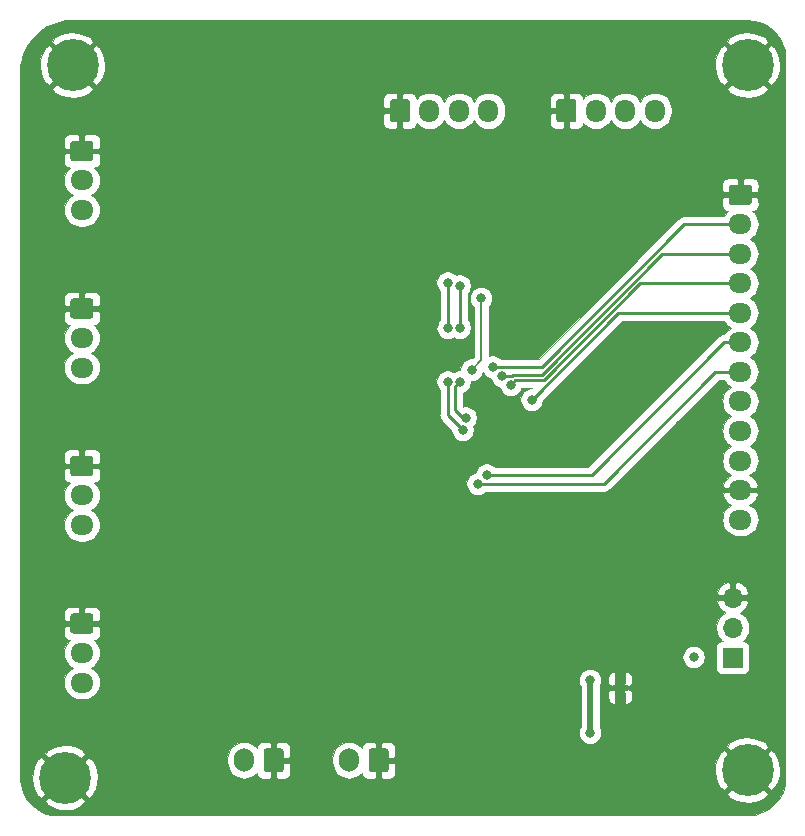
<source format=gbl>
G04 #@! TF.GenerationSoftware,KiCad,Pcbnew,(5.1.5)-3*
G04 #@! TF.CreationDate,2020-03-16T21:34:29+01:00*
G04 #@! TF.ProjectId,ent,656e742e-6b69-4636-9164-5f7063625858,rev?*
G04 #@! TF.SameCoordinates,Original*
G04 #@! TF.FileFunction,Copper,L2,Bot*
G04 #@! TF.FilePolarity,Positive*
%FSLAX46Y46*%
G04 Gerber Fmt 4.6, Leading zero omitted, Abs format (unit mm)*
G04 Created by KiCad (PCBNEW (5.1.5)-3) date 2020-03-16 21:34:29*
%MOMM*%
%LPD*%
G04 APERTURE LIST*
%ADD10C,0.600000*%
%ADD11R,0.900000X1.600000*%
%ADD12O,1.700000X2.000000*%
%ADD13C,0.100000*%
%ADD14O,1.700000X1.950000*%
%ADD15O,1.950000X1.700000*%
%ADD16R,1.700000X1.700000*%
%ADD17O,1.700000X1.700000*%
%ADD18C,4.400000*%
%ADD19C,0.800000*%
%ADD20C,0.900000*%
%ADD21C,0.153000*%
%ADD22C,0.500000*%
%ADD23C,0.250000*%
G04 APERTURE END LIST*
D10*
X216535000Y-103370000D03*
X216535000Y-102370000D03*
D11*
X216535000Y-102870000D03*
D12*
X193588000Y-109016800D03*
G04 #@! TA.AperFunction,ComponentPad*
D13*
G36*
X196712504Y-108018004D02*
G01*
X196736773Y-108021604D01*
X196760571Y-108027565D01*
X196783671Y-108035830D01*
X196805849Y-108046320D01*
X196826893Y-108058933D01*
X196846598Y-108073547D01*
X196864777Y-108090023D01*
X196881253Y-108108202D01*
X196895867Y-108127907D01*
X196908480Y-108148951D01*
X196918970Y-108171129D01*
X196927235Y-108194229D01*
X196933196Y-108218027D01*
X196936796Y-108242296D01*
X196938000Y-108266800D01*
X196938000Y-109766800D01*
X196936796Y-109791304D01*
X196933196Y-109815573D01*
X196927235Y-109839371D01*
X196918970Y-109862471D01*
X196908480Y-109884649D01*
X196895867Y-109905693D01*
X196881253Y-109925398D01*
X196864777Y-109943577D01*
X196846598Y-109960053D01*
X196826893Y-109974667D01*
X196805849Y-109987280D01*
X196783671Y-109997770D01*
X196760571Y-110006035D01*
X196736773Y-110011996D01*
X196712504Y-110015596D01*
X196688000Y-110016800D01*
X195488000Y-110016800D01*
X195463496Y-110015596D01*
X195439227Y-110011996D01*
X195415429Y-110006035D01*
X195392329Y-109997770D01*
X195370151Y-109987280D01*
X195349107Y-109974667D01*
X195329402Y-109960053D01*
X195311223Y-109943577D01*
X195294747Y-109925398D01*
X195280133Y-109905693D01*
X195267520Y-109884649D01*
X195257030Y-109862471D01*
X195248765Y-109839371D01*
X195242804Y-109815573D01*
X195239204Y-109791304D01*
X195238000Y-109766800D01*
X195238000Y-108266800D01*
X195239204Y-108242296D01*
X195242804Y-108218027D01*
X195248765Y-108194229D01*
X195257030Y-108171129D01*
X195267520Y-108148951D01*
X195280133Y-108127907D01*
X195294747Y-108108202D01*
X195311223Y-108090023D01*
X195329402Y-108073547D01*
X195349107Y-108058933D01*
X195370151Y-108046320D01*
X195392329Y-108035830D01*
X195415429Y-108027565D01*
X195439227Y-108021604D01*
X195463496Y-108018004D01*
X195488000Y-108016800D01*
X196688000Y-108016800D01*
X196712504Y-108018004D01*
G37*
G04 #@! TD.AperFunction*
D12*
X184698000Y-109016800D03*
G04 #@! TA.AperFunction,ComponentPad*
D13*
G36*
X187822504Y-108018004D02*
G01*
X187846773Y-108021604D01*
X187870571Y-108027565D01*
X187893671Y-108035830D01*
X187915849Y-108046320D01*
X187936893Y-108058933D01*
X187956598Y-108073547D01*
X187974777Y-108090023D01*
X187991253Y-108108202D01*
X188005867Y-108127907D01*
X188018480Y-108148951D01*
X188028970Y-108171129D01*
X188037235Y-108194229D01*
X188043196Y-108218027D01*
X188046796Y-108242296D01*
X188048000Y-108266800D01*
X188048000Y-109766800D01*
X188046796Y-109791304D01*
X188043196Y-109815573D01*
X188037235Y-109839371D01*
X188028970Y-109862471D01*
X188018480Y-109884649D01*
X188005867Y-109905693D01*
X187991253Y-109925398D01*
X187974777Y-109943577D01*
X187956598Y-109960053D01*
X187936893Y-109974667D01*
X187915849Y-109987280D01*
X187893671Y-109997770D01*
X187870571Y-110006035D01*
X187846773Y-110011996D01*
X187822504Y-110015596D01*
X187798000Y-110016800D01*
X186598000Y-110016800D01*
X186573496Y-110015596D01*
X186549227Y-110011996D01*
X186525429Y-110006035D01*
X186502329Y-109997770D01*
X186480151Y-109987280D01*
X186459107Y-109974667D01*
X186439402Y-109960053D01*
X186421223Y-109943577D01*
X186404747Y-109925398D01*
X186390133Y-109905693D01*
X186377520Y-109884649D01*
X186367030Y-109862471D01*
X186358765Y-109839371D01*
X186352804Y-109815573D01*
X186349204Y-109791304D01*
X186348000Y-109766800D01*
X186348000Y-108266800D01*
X186349204Y-108242296D01*
X186352804Y-108218027D01*
X186358765Y-108194229D01*
X186367030Y-108171129D01*
X186377520Y-108148951D01*
X186390133Y-108127907D01*
X186404747Y-108108202D01*
X186421223Y-108090023D01*
X186439402Y-108073547D01*
X186459107Y-108058933D01*
X186480151Y-108046320D01*
X186502329Y-108035830D01*
X186525429Y-108027565D01*
X186549227Y-108021604D01*
X186573496Y-108018004D01*
X186598000Y-108016800D01*
X187798000Y-108016800D01*
X187822504Y-108018004D01*
G37*
G04 #@! TD.AperFunction*
D14*
X205391400Y-54025800D03*
X202891400Y-54025800D03*
X200391400Y-54025800D03*
G04 #@! TA.AperFunction,ComponentPad*
D13*
G36*
X198515904Y-53052004D02*
G01*
X198540173Y-53055604D01*
X198563971Y-53061565D01*
X198587071Y-53069830D01*
X198609249Y-53080320D01*
X198630293Y-53092933D01*
X198649998Y-53107547D01*
X198668177Y-53124023D01*
X198684653Y-53142202D01*
X198699267Y-53161907D01*
X198711880Y-53182951D01*
X198722370Y-53205129D01*
X198730635Y-53228229D01*
X198736596Y-53252027D01*
X198740196Y-53276296D01*
X198741400Y-53300800D01*
X198741400Y-54750800D01*
X198740196Y-54775304D01*
X198736596Y-54799573D01*
X198730635Y-54823371D01*
X198722370Y-54846471D01*
X198711880Y-54868649D01*
X198699267Y-54889693D01*
X198684653Y-54909398D01*
X198668177Y-54927577D01*
X198649998Y-54944053D01*
X198630293Y-54958667D01*
X198609249Y-54971280D01*
X198587071Y-54981770D01*
X198563971Y-54990035D01*
X198540173Y-54995996D01*
X198515904Y-54999596D01*
X198491400Y-55000800D01*
X197291400Y-55000800D01*
X197266896Y-54999596D01*
X197242627Y-54995996D01*
X197218829Y-54990035D01*
X197195729Y-54981770D01*
X197173551Y-54971280D01*
X197152507Y-54958667D01*
X197132802Y-54944053D01*
X197114623Y-54927577D01*
X197098147Y-54909398D01*
X197083533Y-54889693D01*
X197070920Y-54868649D01*
X197060430Y-54846471D01*
X197052165Y-54823371D01*
X197046204Y-54799573D01*
X197042604Y-54775304D01*
X197041400Y-54750800D01*
X197041400Y-53300800D01*
X197042604Y-53276296D01*
X197046204Y-53252027D01*
X197052165Y-53228229D01*
X197060430Y-53205129D01*
X197070920Y-53182951D01*
X197083533Y-53161907D01*
X197098147Y-53142202D01*
X197114623Y-53124023D01*
X197132802Y-53107547D01*
X197152507Y-53092933D01*
X197173551Y-53080320D01*
X197195729Y-53069830D01*
X197218829Y-53061565D01*
X197242627Y-53055604D01*
X197266896Y-53052004D01*
X197291400Y-53050800D01*
X198491400Y-53050800D01*
X198515904Y-53052004D01*
G37*
G04 #@! TD.AperFunction*
G04 #@! TA.AperFunction,ComponentPad*
G36*
X171716904Y-56580604D02*
G01*
X171741173Y-56584204D01*
X171764971Y-56590165D01*
X171788071Y-56598430D01*
X171810249Y-56608920D01*
X171831293Y-56621533D01*
X171850998Y-56636147D01*
X171869177Y-56652623D01*
X171885653Y-56670802D01*
X171900267Y-56690507D01*
X171912880Y-56711551D01*
X171923370Y-56733729D01*
X171931635Y-56756829D01*
X171937596Y-56780627D01*
X171941196Y-56804896D01*
X171942400Y-56829400D01*
X171942400Y-58029400D01*
X171941196Y-58053904D01*
X171937596Y-58078173D01*
X171931635Y-58101971D01*
X171923370Y-58125071D01*
X171912880Y-58147249D01*
X171900267Y-58168293D01*
X171885653Y-58187998D01*
X171869177Y-58206177D01*
X171850998Y-58222653D01*
X171831293Y-58237267D01*
X171810249Y-58249880D01*
X171788071Y-58260370D01*
X171764971Y-58268635D01*
X171741173Y-58274596D01*
X171716904Y-58278196D01*
X171692400Y-58279400D01*
X170242400Y-58279400D01*
X170217896Y-58278196D01*
X170193627Y-58274596D01*
X170169829Y-58268635D01*
X170146729Y-58260370D01*
X170124551Y-58249880D01*
X170103507Y-58237267D01*
X170083802Y-58222653D01*
X170065623Y-58206177D01*
X170049147Y-58187998D01*
X170034533Y-58168293D01*
X170021920Y-58147249D01*
X170011430Y-58125071D01*
X170003165Y-58101971D01*
X169997204Y-58078173D01*
X169993604Y-58053904D01*
X169992400Y-58029400D01*
X169992400Y-56829400D01*
X169993604Y-56804896D01*
X169997204Y-56780627D01*
X170003165Y-56756829D01*
X170011430Y-56733729D01*
X170021920Y-56711551D01*
X170034533Y-56690507D01*
X170049147Y-56670802D01*
X170065623Y-56652623D01*
X170083802Y-56636147D01*
X170103507Y-56621533D01*
X170124551Y-56608920D01*
X170146729Y-56598430D01*
X170169829Y-56590165D01*
X170193627Y-56584204D01*
X170217896Y-56580604D01*
X170242400Y-56579400D01*
X171692400Y-56579400D01*
X171716904Y-56580604D01*
G37*
G04 #@! TD.AperFunction*
D15*
X170967400Y-59929400D03*
X170967400Y-62429400D03*
X170967400Y-89099400D03*
X170967400Y-86599400D03*
G04 #@! TA.AperFunction,ComponentPad*
D13*
G36*
X171716904Y-83250604D02*
G01*
X171741173Y-83254204D01*
X171764971Y-83260165D01*
X171788071Y-83268430D01*
X171810249Y-83278920D01*
X171831293Y-83291533D01*
X171850998Y-83306147D01*
X171869177Y-83322623D01*
X171885653Y-83340802D01*
X171900267Y-83360507D01*
X171912880Y-83381551D01*
X171923370Y-83403729D01*
X171931635Y-83426829D01*
X171937596Y-83450627D01*
X171941196Y-83474896D01*
X171942400Y-83499400D01*
X171942400Y-84699400D01*
X171941196Y-84723904D01*
X171937596Y-84748173D01*
X171931635Y-84771971D01*
X171923370Y-84795071D01*
X171912880Y-84817249D01*
X171900267Y-84838293D01*
X171885653Y-84857998D01*
X171869177Y-84876177D01*
X171850998Y-84892653D01*
X171831293Y-84907267D01*
X171810249Y-84919880D01*
X171788071Y-84930370D01*
X171764971Y-84938635D01*
X171741173Y-84944596D01*
X171716904Y-84948196D01*
X171692400Y-84949400D01*
X170242400Y-84949400D01*
X170217896Y-84948196D01*
X170193627Y-84944596D01*
X170169829Y-84938635D01*
X170146729Y-84930370D01*
X170124551Y-84919880D01*
X170103507Y-84907267D01*
X170083802Y-84892653D01*
X170065623Y-84876177D01*
X170049147Y-84857998D01*
X170034533Y-84838293D01*
X170021920Y-84817249D01*
X170011430Y-84795071D01*
X170003165Y-84771971D01*
X169997204Y-84748173D01*
X169993604Y-84723904D01*
X169992400Y-84699400D01*
X169992400Y-83499400D01*
X169993604Y-83474896D01*
X169997204Y-83450627D01*
X170003165Y-83426829D01*
X170011430Y-83403729D01*
X170021920Y-83381551D01*
X170034533Y-83360507D01*
X170049147Y-83340802D01*
X170065623Y-83322623D01*
X170083802Y-83306147D01*
X170103507Y-83291533D01*
X170124551Y-83278920D01*
X170146729Y-83268430D01*
X170169829Y-83260165D01*
X170193627Y-83254204D01*
X170217896Y-83250604D01*
X170242400Y-83249400D01*
X171692400Y-83249400D01*
X171716904Y-83250604D01*
G37*
G04 #@! TD.AperFunction*
G04 #@! TA.AperFunction,ComponentPad*
G36*
X227469904Y-60289004D02*
G01*
X227494173Y-60292604D01*
X227517971Y-60298565D01*
X227541071Y-60306830D01*
X227563249Y-60317320D01*
X227584293Y-60329933D01*
X227603998Y-60344547D01*
X227622177Y-60361023D01*
X227638653Y-60379202D01*
X227653267Y-60398907D01*
X227665880Y-60419951D01*
X227676370Y-60442129D01*
X227684635Y-60465229D01*
X227690596Y-60489027D01*
X227694196Y-60513296D01*
X227695400Y-60537800D01*
X227695400Y-61737800D01*
X227694196Y-61762304D01*
X227690596Y-61786573D01*
X227684635Y-61810371D01*
X227676370Y-61833471D01*
X227665880Y-61855649D01*
X227653267Y-61876693D01*
X227638653Y-61896398D01*
X227622177Y-61914577D01*
X227603998Y-61931053D01*
X227584293Y-61945667D01*
X227563249Y-61958280D01*
X227541071Y-61968770D01*
X227517971Y-61977035D01*
X227494173Y-61982996D01*
X227469904Y-61986596D01*
X227445400Y-61987800D01*
X225995400Y-61987800D01*
X225970896Y-61986596D01*
X225946627Y-61982996D01*
X225922829Y-61977035D01*
X225899729Y-61968770D01*
X225877551Y-61958280D01*
X225856507Y-61945667D01*
X225836802Y-61931053D01*
X225818623Y-61914577D01*
X225802147Y-61896398D01*
X225787533Y-61876693D01*
X225774920Y-61855649D01*
X225764430Y-61833471D01*
X225756165Y-61810371D01*
X225750204Y-61786573D01*
X225746604Y-61762304D01*
X225745400Y-61737800D01*
X225745400Y-60537800D01*
X225746604Y-60513296D01*
X225750204Y-60489027D01*
X225756165Y-60465229D01*
X225764430Y-60442129D01*
X225774920Y-60419951D01*
X225787533Y-60398907D01*
X225802147Y-60379202D01*
X225818623Y-60361023D01*
X225836802Y-60344547D01*
X225856507Y-60329933D01*
X225877551Y-60317320D01*
X225899729Y-60306830D01*
X225922829Y-60298565D01*
X225946627Y-60292604D01*
X225970896Y-60289004D01*
X225995400Y-60287800D01*
X227445400Y-60287800D01*
X227469904Y-60289004D01*
G37*
G04 #@! TD.AperFunction*
D15*
X226720400Y-63637800D03*
X226720400Y-66137800D03*
X226720400Y-68637800D03*
X226720400Y-71137800D03*
X226720400Y-73637800D03*
X226720400Y-76137800D03*
X226720400Y-78637800D03*
X226720400Y-81137800D03*
X226720400Y-83637800D03*
X226720400Y-86137800D03*
X226720400Y-88637800D03*
G04 #@! TA.AperFunction,ComponentPad*
D13*
G36*
X212612904Y-53052004D02*
G01*
X212637173Y-53055604D01*
X212660971Y-53061565D01*
X212684071Y-53069830D01*
X212706249Y-53080320D01*
X212727293Y-53092933D01*
X212746998Y-53107547D01*
X212765177Y-53124023D01*
X212781653Y-53142202D01*
X212796267Y-53161907D01*
X212808880Y-53182951D01*
X212819370Y-53205129D01*
X212827635Y-53228229D01*
X212833596Y-53252027D01*
X212837196Y-53276296D01*
X212838400Y-53300800D01*
X212838400Y-54750800D01*
X212837196Y-54775304D01*
X212833596Y-54799573D01*
X212827635Y-54823371D01*
X212819370Y-54846471D01*
X212808880Y-54868649D01*
X212796267Y-54889693D01*
X212781653Y-54909398D01*
X212765177Y-54927577D01*
X212746998Y-54944053D01*
X212727293Y-54958667D01*
X212706249Y-54971280D01*
X212684071Y-54981770D01*
X212660971Y-54990035D01*
X212637173Y-54995996D01*
X212612904Y-54999596D01*
X212588400Y-55000800D01*
X211388400Y-55000800D01*
X211363896Y-54999596D01*
X211339627Y-54995996D01*
X211315829Y-54990035D01*
X211292729Y-54981770D01*
X211270551Y-54971280D01*
X211249507Y-54958667D01*
X211229802Y-54944053D01*
X211211623Y-54927577D01*
X211195147Y-54909398D01*
X211180533Y-54889693D01*
X211167920Y-54868649D01*
X211157430Y-54846471D01*
X211149165Y-54823371D01*
X211143204Y-54799573D01*
X211139604Y-54775304D01*
X211138400Y-54750800D01*
X211138400Y-53300800D01*
X211139604Y-53276296D01*
X211143204Y-53252027D01*
X211149165Y-53228229D01*
X211157430Y-53205129D01*
X211167920Y-53182951D01*
X211180533Y-53161907D01*
X211195147Y-53142202D01*
X211211623Y-53124023D01*
X211229802Y-53107547D01*
X211249507Y-53092933D01*
X211270551Y-53080320D01*
X211292729Y-53069830D01*
X211315829Y-53061565D01*
X211339627Y-53055604D01*
X211363896Y-53052004D01*
X211388400Y-53050800D01*
X212588400Y-53050800D01*
X212612904Y-53052004D01*
G37*
G04 #@! TD.AperFunction*
D14*
X214488400Y-54025800D03*
X216988400Y-54025800D03*
X219488400Y-54025800D03*
G04 #@! TA.AperFunction,ComponentPad*
D13*
G36*
X171716904Y-69915604D02*
G01*
X171741173Y-69919204D01*
X171764971Y-69925165D01*
X171788071Y-69933430D01*
X171810249Y-69943920D01*
X171831293Y-69956533D01*
X171850998Y-69971147D01*
X171869177Y-69987623D01*
X171885653Y-70005802D01*
X171900267Y-70025507D01*
X171912880Y-70046551D01*
X171923370Y-70068729D01*
X171931635Y-70091829D01*
X171937596Y-70115627D01*
X171941196Y-70139896D01*
X171942400Y-70164400D01*
X171942400Y-71364400D01*
X171941196Y-71388904D01*
X171937596Y-71413173D01*
X171931635Y-71436971D01*
X171923370Y-71460071D01*
X171912880Y-71482249D01*
X171900267Y-71503293D01*
X171885653Y-71522998D01*
X171869177Y-71541177D01*
X171850998Y-71557653D01*
X171831293Y-71572267D01*
X171810249Y-71584880D01*
X171788071Y-71595370D01*
X171764971Y-71603635D01*
X171741173Y-71609596D01*
X171716904Y-71613196D01*
X171692400Y-71614400D01*
X170242400Y-71614400D01*
X170217896Y-71613196D01*
X170193627Y-71609596D01*
X170169829Y-71603635D01*
X170146729Y-71595370D01*
X170124551Y-71584880D01*
X170103507Y-71572267D01*
X170083802Y-71557653D01*
X170065623Y-71541177D01*
X170049147Y-71522998D01*
X170034533Y-71503293D01*
X170021920Y-71482249D01*
X170011430Y-71460071D01*
X170003165Y-71436971D01*
X169997204Y-71413173D01*
X169993604Y-71388904D01*
X169992400Y-71364400D01*
X169992400Y-70164400D01*
X169993604Y-70139896D01*
X169997204Y-70115627D01*
X170003165Y-70091829D01*
X170011430Y-70068729D01*
X170021920Y-70046551D01*
X170034533Y-70025507D01*
X170049147Y-70005802D01*
X170065623Y-69987623D01*
X170083802Y-69971147D01*
X170103507Y-69956533D01*
X170124551Y-69943920D01*
X170146729Y-69933430D01*
X170169829Y-69925165D01*
X170193627Y-69919204D01*
X170217896Y-69915604D01*
X170242400Y-69914400D01*
X171692400Y-69914400D01*
X171716904Y-69915604D01*
G37*
G04 #@! TD.AperFunction*
D15*
X170967400Y-73264400D03*
X170967400Y-75764400D03*
X170967400Y-102434400D03*
X170967400Y-99934400D03*
G04 #@! TA.AperFunction,ComponentPad*
D13*
G36*
X171716904Y-96585604D02*
G01*
X171741173Y-96589204D01*
X171764971Y-96595165D01*
X171788071Y-96603430D01*
X171810249Y-96613920D01*
X171831293Y-96626533D01*
X171850998Y-96641147D01*
X171869177Y-96657623D01*
X171885653Y-96675802D01*
X171900267Y-96695507D01*
X171912880Y-96716551D01*
X171923370Y-96738729D01*
X171931635Y-96761829D01*
X171937596Y-96785627D01*
X171941196Y-96809896D01*
X171942400Y-96834400D01*
X171942400Y-98034400D01*
X171941196Y-98058904D01*
X171937596Y-98083173D01*
X171931635Y-98106971D01*
X171923370Y-98130071D01*
X171912880Y-98152249D01*
X171900267Y-98173293D01*
X171885653Y-98192998D01*
X171869177Y-98211177D01*
X171850998Y-98227653D01*
X171831293Y-98242267D01*
X171810249Y-98254880D01*
X171788071Y-98265370D01*
X171764971Y-98273635D01*
X171741173Y-98279596D01*
X171716904Y-98283196D01*
X171692400Y-98284400D01*
X170242400Y-98284400D01*
X170217896Y-98283196D01*
X170193627Y-98279596D01*
X170169829Y-98273635D01*
X170146729Y-98265370D01*
X170124551Y-98254880D01*
X170103507Y-98242267D01*
X170083802Y-98227653D01*
X170065623Y-98211177D01*
X170049147Y-98192998D01*
X170034533Y-98173293D01*
X170021920Y-98152249D01*
X170011430Y-98130071D01*
X170003165Y-98106971D01*
X169997204Y-98083173D01*
X169993604Y-98058904D01*
X169992400Y-98034400D01*
X169992400Y-96834400D01*
X169993604Y-96809896D01*
X169997204Y-96785627D01*
X170003165Y-96761829D01*
X170011430Y-96738729D01*
X170021920Y-96716551D01*
X170034533Y-96695507D01*
X170049147Y-96675802D01*
X170065623Y-96657623D01*
X170083802Y-96641147D01*
X170103507Y-96626533D01*
X170124551Y-96613920D01*
X170146729Y-96603430D01*
X170169829Y-96595165D01*
X170193627Y-96589204D01*
X170217896Y-96585604D01*
X170242400Y-96584400D01*
X171692400Y-96584400D01*
X171716904Y-96585604D01*
G37*
G04 #@! TD.AperFunction*
D16*
X226060000Y-100330000D03*
D17*
X226060000Y-97790000D03*
X226060000Y-95250000D03*
D18*
X169545000Y-110490000D03*
X227330000Y-109855000D03*
X227330000Y-50165000D03*
X170180000Y-50165000D03*
D19*
X212920000Y-89310000D03*
X186390000Y-69060000D03*
X192800000Y-76320000D03*
X197520000Y-76260000D03*
X197550000Y-72750000D03*
X200790000Y-72140000D03*
X203030000Y-63260000D03*
X221615000Y-80645000D03*
X220345000Y-106680000D03*
X222758000Y-100279200D03*
X213995000Y-106680000D03*
X213995000Y-102235000D03*
X204767801Y-69893801D03*
X203962000Y-75946000D03*
X205740000Y-75692000D03*
X206502000Y-76454000D03*
X207264000Y-77216000D03*
X209042000Y-78486000D03*
X205232000Y-84836000D03*
X204470000Y-85598000D03*
X202946000Y-72390000D03*
X202946000Y-68834000D03*
X202946000Y-76962000D03*
X203454000Y-80010000D03*
X201930000Y-72390000D03*
X201930000Y-68580000D03*
X201930000Y-76962000D03*
X203200000Y-81026000D03*
D20*
X216535000Y-102370000D02*
X216535000Y-100905000D01*
D21*
X216535000Y-103794264D02*
X216530000Y-103799264D01*
D20*
X216535000Y-103370000D02*
X216535000Y-103794264D01*
X216530000Y-103799264D02*
X216530000Y-104880000D01*
D22*
X213995000Y-102235000D02*
X213995000Y-106680000D01*
D21*
X204767801Y-69893801D02*
X204767801Y-75140199D01*
X204767801Y-75140199D02*
X203962000Y-75946000D01*
D23*
X205740000Y-75692000D02*
X209926770Y-75692000D01*
X221980970Y-63637800D02*
X226720400Y-63637800D01*
X209926770Y-75692000D02*
X221980970Y-63637800D01*
X225495400Y-66137800D02*
X226720400Y-66137800D01*
X206502000Y-76454000D02*
X207389590Y-76454000D01*
X207389590Y-76454000D02*
X207477599Y-76365991D01*
X207477599Y-76365991D02*
X209889189Y-76365991D01*
X209889189Y-76365991D02*
X220117380Y-66137800D01*
X220117380Y-66137800D02*
X225495400Y-66137800D01*
X225495400Y-68637800D02*
X226720400Y-68637800D01*
X218253790Y-68637800D02*
X225495400Y-68637800D01*
X210075589Y-76816001D02*
X218253790Y-68637800D01*
X207663999Y-76816001D02*
X210075589Y-76816001D01*
X207264000Y-77216000D02*
X207663999Y-76816001D01*
X216390200Y-71137800D02*
X226720400Y-71137800D01*
X209042000Y-78486000D02*
X216390200Y-71137800D01*
X205232000Y-84836000D02*
X214122000Y-84836000D01*
X225320200Y-73637800D02*
X226720400Y-73637800D01*
X214122000Y-84836000D02*
X225320200Y-73637800D01*
X204470000Y-85598000D02*
X215138000Y-85598000D01*
X224598200Y-76137800D02*
X226720400Y-76137800D01*
X215138000Y-85598000D02*
X224598200Y-76137800D01*
X202946000Y-68834000D02*
X202946000Y-72390000D01*
X202546001Y-77361999D02*
X202546001Y-79356001D01*
X202946000Y-76962000D02*
X202546001Y-77361999D01*
X202546001Y-79356001D02*
X203200000Y-80010000D01*
X203200000Y-80010000D02*
X203257002Y-80010000D01*
X203257002Y-80010000D02*
X203454000Y-80010000D01*
X201930000Y-68580000D02*
X201930000Y-72390000D01*
X201930000Y-76962000D02*
X201930000Y-79756000D01*
X201930000Y-79756000D02*
X203200000Y-81026000D01*
D13*
G36*
X227951371Y-46391841D02*
G01*
X228549077Y-46572300D01*
X229100345Y-46865413D01*
X229584183Y-47260022D01*
X229982162Y-47741096D01*
X230279118Y-48290303D01*
X230463744Y-48886734D01*
X230532001Y-49536156D01*
X230532000Y-110460266D01*
X230468158Y-111111371D01*
X230287700Y-111709076D01*
X229994586Y-112260345D01*
X229599978Y-112744183D01*
X229118905Y-113142161D01*
X228569694Y-113439119D01*
X227973264Y-113623745D01*
X227323854Y-113692000D01*
X168939734Y-113692000D01*
X168288629Y-113628158D01*
X167690924Y-113447700D01*
X167139655Y-113154586D01*
X166655817Y-112759978D01*
X166432180Y-112489646D01*
X167833853Y-112489646D01*
X168085503Y-112845891D01*
X168573157Y-113085357D01*
X169098160Y-113225085D01*
X169640335Y-113259706D01*
X170178846Y-113187888D01*
X170692999Y-113012391D01*
X171004497Y-112845891D01*
X171256147Y-112489646D01*
X169545000Y-110778500D01*
X167833853Y-112489646D01*
X166432180Y-112489646D01*
X166257839Y-112278905D01*
X165960881Y-111729694D01*
X165776255Y-111133264D01*
X165718666Y-110585335D01*
X166775294Y-110585335D01*
X166847112Y-111123846D01*
X167022609Y-111637999D01*
X167189109Y-111949497D01*
X167545354Y-112201147D01*
X169256500Y-110490000D01*
X169833500Y-110490000D01*
X171544646Y-112201147D01*
X171900891Y-111949497D01*
X171947468Y-111854646D01*
X225618853Y-111854646D01*
X225870503Y-112210891D01*
X226358157Y-112450357D01*
X226883160Y-112590085D01*
X227425335Y-112624706D01*
X227963846Y-112552888D01*
X228477999Y-112377391D01*
X228789497Y-112210891D01*
X229041147Y-111854646D01*
X227330000Y-110143500D01*
X225618853Y-111854646D01*
X171947468Y-111854646D01*
X172140357Y-111461843D01*
X172280085Y-110936840D01*
X172314706Y-110394665D01*
X172242888Y-109856154D01*
X172067391Y-109342001D01*
X171900891Y-109030503D01*
X171571236Y-108797636D01*
X183290000Y-108797636D01*
X183290000Y-109235963D01*
X183310373Y-109442815D01*
X183390884Y-109708224D01*
X183521627Y-109952826D01*
X183697577Y-110167222D01*
X183911973Y-110343173D01*
X184156575Y-110473916D01*
X184421984Y-110554427D01*
X184698000Y-110581612D01*
X184974015Y-110554427D01*
X185239424Y-110473916D01*
X185484026Y-110343173D01*
X185698422Y-110167223D01*
X185791005Y-110054411D01*
X185798074Y-110126187D01*
X185829981Y-110231371D01*
X185881795Y-110328308D01*
X185951525Y-110413275D01*
X186036492Y-110483005D01*
X186133429Y-110534819D01*
X186238613Y-110566726D01*
X186348000Y-110577500D01*
X186854500Y-110574800D01*
X186994000Y-110435300D01*
X186994000Y-109220800D01*
X187402000Y-109220800D01*
X187402000Y-110435300D01*
X187541500Y-110574800D01*
X188048000Y-110577500D01*
X188157387Y-110566726D01*
X188262571Y-110534819D01*
X188359508Y-110483005D01*
X188444475Y-110413275D01*
X188514205Y-110328308D01*
X188566019Y-110231371D01*
X188597926Y-110126187D01*
X188608700Y-110016800D01*
X188606000Y-109360300D01*
X188466500Y-109220800D01*
X187402000Y-109220800D01*
X186994000Y-109220800D01*
X186974000Y-109220800D01*
X186974000Y-108812800D01*
X186994000Y-108812800D01*
X186994000Y-107598300D01*
X187402000Y-107598300D01*
X187402000Y-108812800D01*
X188466500Y-108812800D01*
X188481664Y-108797636D01*
X192180000Y-108797636D01*
X192180000Y-109235963D01*
X192200373Y-109442815D01*
X192280884Y-109708224D01*
X192411627Y-109952826D01*
X192587577Y-110167222D01*
X192801973Y-110343173D01*
X193046575Y-110473916D01*
X193311984Y-110554427D01*
X193588000Y-110581612D01*
X193864015Y-110554427D01*
X194129424Y-110473916D01*
X194374026Y-110343173D01*
X194588422Y-110167223D01*
X194681005Y-110054411D01*
X194688074Y-110126187D01*
X194719981Y-110231371D01*
X194771795Y-110328308D01*
X194841525Y-110413275D01*
X194926492Y-110483005D01*
X195023429Y-110534819D01*
X195128613Y-110566726D01*
X195238000Y-110577500D01*
X195744500Y-110574800D01*
X195884000Y-110435300D01*
X195884000Y-109220800D01*
X196292000Y-109220800D01*
X196292000Y-110435300D01*
X196431500Y-110574800D01*
X196938000Y-110577500D01*
X197047387Y-110566726D01*
X197152571Y-110534819D01*
X197249508Y-110483005D01*
X197334475Y-110413275D01*
X197404205Y-110328308D01*
X197456019Y-110231371D01*
X197487926Y-110126187D01*
X197498700Y-110016800D01*
X197498427Y-109950335D01*
X224560294Y-109950335D01*
X224632112Y-110488846D01*
X224807609Y-111002999D01*
X224974109Y-111314497D01*
X225330354Y-111566147D01*
X227041500Y-109855000D01*
X227618500Y-109855000D01*
X229329646Y-111566147D01*
X229685891Y-111314497D01*
X229925357Y-110826843D01*
X230065085Y-110301840D01*
X230099706Y-109759665D01*
X230027888Y-109221154D01*
X229852391Y-108707001D01*
X229685891Y-108395503D01*
X229329646Y-108143853D01*
X227618500Y-109855000D01*
X227041500Y-109855000D01*
X225330354Y-108143853D01*
X224974109Y-108395503D01*
X224734643Y-108883157D01*
X224594915Y-109408160D01*
X224560294Y-109950335D01*
X197498427Y-109950335D01*
X197496000Y-109360300D01*
X197356500Y-109220800D01*
X196292000Y-109220800D01*
X195884000Y-109220800D01*
X195864000Y-109220800D01*
X195864000Y-108812800D01*
X195884000Y-108812800D01*
X195884000Y-107598300D01*
X196292000Y-107598300D01*
X196292000Y-108812800D01*
X197356500Y-108812800D01*
X197496000Y-108673300D01*
X197498700Y-108016800D01*
X197487926Y-107907413D01*
X197472135Y-107855354D01*
X225618853Y-107855354D01*
X227330000Y-109566500D01*
X229041147Y-107855354D01*
X228789497Y-107499109D01*
X228301843Y-107259643D01*
X227776840Y-107119915D01*
X227234665Y-107085294D01*
X226696154Y-107157112D01*
X226182001Y-107332609D01*
X225870503Y-107499109D01*
X225618853Y-107855354D01*
X197472135Y-107855354D01*
X197456019Y-107802229D01*
X197404205Y-107705292D01*
X197334475Y-107620325D01*
X197249508Y-107550595D01*
X197152571Y-107498781D01*
X197047387Y-107466874D01*
X196938000Y-107456100D01*
X196431500Y-107458800D01*
X196292000Y-107598300D01*
X195884000Y-107598300D01*
X195744500Y-107458800D01*
X195238000Y-107456100D01*
X195128613Y-107466874D01*
X195023429Y-107498781D01*
X194926492Y-107550595D01*
X194841525Y-107620325D01*
X194771795Y-107705292D01*
X194719981Y-107802229D01*
X194688074Y-107907413D01*
X194681005Y-107979188D01*
X194588423Y-107866377D01*
X194374027Y-107690427D01*
X194129425Y-107559684D01*
X193864016Y-107479173D01*
X193588000Y-107451988D01*
X193311985Y-107479173D01*
X193046576Y-107559684D01*
X192801974Y-107690427D01*
X192587578Y-107866377D01*
X192411627Y-108080773D01*
X192280884Y-108325375D01*
X192200373Y-108590784D01*
X192180000Y-108797636D01*
X188481664Y-108797636D01*
X188606000Y-108673300D01*
X188608700Y-108016800D01*
X188597926Y-107907413D01*
X188566019Y-107802229D01*
X188514205Y-107705292D01*
X188444475Y-107620325D01*
X188359508Y-107550595D01*
X188262571Y-107498781D01*
X188157387Y-107466874D01*
X188048000Y-107456100D01*
X187541500Y-107458800D01*
X187402000Y-107598300D01*
X186994000Y-107598300D01*
X186854500Y-107458800D01*
X186348000Y-107456100D01*
X186238613Y-107466874D01*
X186133429Y-107498781D01*
X186036492Y-107550595D01*
X185951525Y-107620325D01*
X185881795Y-107705292D01*
X185829981Y-107802229D01*
X185798074Y-107907413D01*
X185791005Y-107979188D01*
X185698423Y-107866377D01*
X185484027Y-107690427D01*
X185239425Y-107559684D01*
X184974016Y-107479173D01*
X184698000Y-107451988D01*
X184421985Y-107479173D01*
X184156576Y-107559684D01*
X183911974Y-107690427D01*
X183697578Y-107866377D01*
X183521627Y-108080773D01*
X183390884Y-108325375D01*
X183310373Y-108590784D01*
X183290000Y-108797636D01*
X171571236Y-108797636D01*
X171544646Y-108778853D01*
X169833500Y-110490000D01*
X169256500Y-110490000D01*
X167545354Y-108778853D01*
X167189109Y-109030503D01*
X166949643Y-109518157D01*
X166809915Y-110043160D01*
X166775294Y-110585335D01*
X165718666Y-110585335D01*
X165708000Y-110483854D01*
X165708000Y-108490354D01*
X167833853Y-108490354D01*
X169545000Y-110201500D01*
X171256147Y-108490354D01*
X171004497Y-108134109D01*
X170516843Y-107894643D01*
X169991840Y-107754915D01*
X169449665Y-107720294D01*
X168911154Y-107792112D01*
X168397001Y-107967609D01*
X168085503Y-108134109D01*
X167833853Y-108490354D01*
X165708000Y-108490354D01*
X165708000Y-99934400D01*
X169427588Y-99934400D01*
X169454773Y-100210416D01*
X169535284Y-100475825D01*
X169666027Y-100720427D01*
X169841977Y-100934823D01*
X170056373Y-101110773D01*
X170194119Y-101184400D01*
X170056373Y-101258027D01*
X169841977Y-101433977D01*
X169666027Y-101648373D01*
X169535284Y-101892975D01*
X169454773Y-102158384D01*
X169427588Y-102434400D01*
X169454773Y-102710416D01*
X169535284Y-102975825D01*
X169666027Y-103220427D01*
X169841977Y-103434823D01*
X170056373Y-103610773D01*
X170300975Y-103741516D01*
X170566384Y-103822027D01*
X170773236Y-103842400D01*
X171161564Y-103842400D01*
X171368416Y-103822027D01*
X171633825Y-103741516D01*
X171878427Y-103610773D01*
X172092823Y-103434823D01*
X172268773Y-103220427D01*
X172399516Y-102975825D01*
X172480027Y-102710416D01*
X172507212Y-102434400D01*
X172480027Y-102158384D01*
X172474646Y-102140645D01*
X213037000Y-102140645D01*
X213037000Y-102329355D01*
X213073816Y-102514438D01*
X213146032Y-102688783D01*
X213187000Y-102750096D01*
X213187001Y-106164903D01*
X213146032Y-106226217D01*
X213073816Y-106400562D01*
X213037000Y-106585645D01*
X213037000Y-106774355D01*
X213073816Y-106959438D01*
X213146032Y-107133783D01*
X213250873Y-107290689D01*
X213384311Y-107424127D01*
X213541217Y-107528968D01*
X213715562Y-107601184D01*
X213900645Y-107638000D01*
X214089355Y-107638000D01*
X214274438Y-107601184D01*
X214448783Y-107528968D01*
X214605689Y-107424127D01*
X214739127Y-107290689D01*
X214843968Y-107133783D01*
X214916184Y-106959438D01*
X214953000Y-106774355D01*
X214953000Y-106585645D01*
X214916184Y-106400562D01*
X214843968Y-106226217D01*
X214803000Y-106164904D01*
X214803000Y-102750096D01*
X214843968Y-102688783D01*
X214916184Y-102514438D01*
X214953000Y-102329355D01*
X214953000Y-102140645D01*
X214938948Y-102070000D01*
X215524300Y-102070000D01*
X215527000Y-102526500D01*
X215666500Y-102666000D01*
X215727900Y-102666000D01*
X215737404Y-102697329D01*
X215900542Y-102715958D01*
X215950500Y-102666000D01*
X216196983Y-102666000D01*
X216189042Y-102735542D01*
X216323500Y-102870000D01*
X216189042Y-103004458D01*
X216196983Y-103074000D01*
X215950500Y-103074000D01*
X215900542Y-103024042D01*
X215737404Y-103042671D01*
X215728012Y-103074000D01*
X215666500Y-103074000D01*
X215527000Y-103213500D01*
X215524300Y-103670000D01*
X215535074Y-103779387D01*
X215566981Y-103884571D01*
X215618795Y-103981508D01*
X215688525Y-104066475D01*
X215773492Y-104136205D01*
X215870429Y-104188019D01*
X215975613Y-104219926D01*
X216085000Y-104230700D01*
X216191500Y-104228000D01*
X216241702Y-104177798D01*
X216330998Y-104204568D01*
X216330998Y-104228000D01*
X216494252Y-104228000D01*
X216537814Y-104232147D01*
X216578555Y-104228000D01*
X216739002Y-104228000D01*
X216739002Y-104205008D01*
X216828391Y-104177891D01*
X216878500Y-104228000D01*
X216985000Y-104230700D01*
X217094387Y-104219926D01*
X217199571Y-104188019D01*
X217296508Y-104136205D01*
X217381475Y-104066475D01*
X217451205Y-103981508D01*
X217503019Y-103884571D01*
X217534926Y-103779387D01*
X217545700Y-103670000D01*
X217543000Y-103213500D01*
X217403500Y-103074000D01*
X217342100Y-103074000D01*
X217332596Y-103042671D01*
X217169458Y-103024042D01*
X217119500Y-103074000D01*
X216873017Y-103074000D01*
X216880958Y-103004458D01*
X216746500Y-102870000D01*
X216880958Y-102735542D01*
X216873017Y-102666000D01*
X217119500Y-102666000D01*
X217169458Y-102715958D01*
X217332596Y-102697329D01*
X217341988Y-102666000D01*
X217403500Y-102666000D01*
X217543000Y-102526500D01*
X217545700Y-102070000D01*
X217534926Y-101960613D01*
X217503019Y-101855429D01*
X217451205Y-101758492D01*
X217381475Y-101673525D01*
X217296508Y-101603795D01*
X217199571Y-101551981D01*
X217094387Y-101520074D01*
X216985000Y-101509300D01*
X216878500Y-101512000D01*
X216828298Y-101562202D01*
X216739002Y-101535432D01*
X216739002Y-101512000D01*
X216575748Y-101512000D01*
X216532186Y-101507853D01*
X216491445Y-101512000D01*
X216330998Y-101512000D01*
X216330998Y-101534992D01*
X216241609Y-101562109D01*
X216191500Y-101512000D01*
X216085000Y-101509300D01*
X215975613Y-101520074D01*
X215870429Y-101551981D01*
X215773492Y-101603795D01*
X215688525Y-101673525D01*
X215618795Y-101758492D01*
X215566981Y-101855429D01*
X215535074Y-101960613D01*
X215524300Y-102070000D01*
X214938948Y-102070000D01*
X214916184Y-101955562D01*
X214843968Y-101781217D01*
X214739127Y-101624311D01*
X214605689Y-101490873D01*
X214448783Y-101386032D01*
X214274438Y-101313816D01*
X214089355Y-101277000D01*
X213900645Y-101277000D01*
X213715562Y-101313816D01*
X213541217Y-101386032D01*
X213384311Y-101490873D01*
X213250873Y-101624311D01*
X213146032Y-101781217D01*
X213073816Y-101955562D01*
X213037000Y-102140645D01*
X172474646Y-102140645D01*
X172399516Y-101892975D01*
X172268773Y-101648373D01*
X172092823Y-101433977D01*
X171878427Y-101258027D01*
X171740681Y-101184400D01*
X171878427Y-101110773D01*
X172092823Y-100934823D01*
X172268773Y-100720427D01*
X172399516Y-100475825D01*
X172480027Y-100210416D01*
X172482545Y-100184845D01*
X221800000Y-100184845D01*
X221800000Y-100373555D01*
X221836816Y-100558638D01*
X221909032Y-100732983D01*
X222013873Y-100889889D01*
X222147311Y-101023327D01*
X222304217Y-101128168D01*
X222478562Y-101200384D01*
X222663645Y-101237200D01*
X222852355Y-101237200D01*
X223037438Y-101200384D01*
X223211783Y-101128168D01*
X223368689Y-101023327D01*
X223502127Y-100889889D01*
X223606968Y-100732983D01*
X223679184Y-100558638D01*
X223716000Y-100373555D01*
X223716000Y-100184845D01*
X223679184Y-99999762D01*
X223606968Y-99825417D01*
X223502127Y-99668511D01*
X223368689Y-99535073D01*
X223286267Y-99480000D01*
X224649301Y-99480000D01*
X224649301Y-101180000D01*
X224660075Y-101289387D01*
X224691982Y-101394570D01*
X224743796Y-101491508D01*
X224813526Y-101576474D01*
X224898492Y-101646204D01*
X224995430Y-101698018D01*
X225100613Y-101729925D01*
X225210000Y-101740699D01*
X226910000Y-101740699D01*
X227019387Y-101729925D01*
X227124570Y-101698018D01*
X227221508Y-101646204D01*
X227306474Y-101576474D01*
X227376204Y-101491508D01*
X227428018Y-101394570D01*
X227459925Y-101289387D01*
X227470699Y-101180000D01*
X227470699Y-99480000D01*
X227459925Y-99370613D01*
X227428018Y-99265430D01*
X227376204Y-99168492D01*
X227306474Y-99083526D01*
X227221508Y-99013796D01*
X227124570Y-98961982D01*
X227019387Y-98930075D01*
X226910000Y-98919301D01*
X226904215Y-98919301D01*
X226957548Y-98883665D01*
X227153665Y-98687548D01*
X227307754Y-98456938D01*
X227413892Y-98200699D01*
X227468000Y-97928676D01*
X227468000Y-97651324D01*
X227413892Y-97379301D01*
X227307754Y-97123062D01*
X227153665Y-96892452D01*
X226957548Y-96696335D01*
X226726938Y-96542246D01*
X226663679Y-96516043D01*
X226733584Y-96486434D01*
X226961858Y-96331267D01*
X227155474Y-96134547D01*
X227306991Y-95903834D01*
X227404078Y-95669424D01*
X227311989Y-95454000D01*
X226264000Y-95454000D01*
X226264000Y-95474000D01*
X225856000Y-95474000D01*
X225856000Y-95454000D01*
X224808011Y-95454000D01*
X224715922Y-95669424D01*
X224813009Y-95903834D01*
X224964526Y-96134547D01*
X225158142Y-96331267D01*
X225386416Y-96486434D01*
X225456321Y-96516043D01*
X225393062Y-96542246D01*
X225162452Y-96696335D01*
X224966335Y-96892452D01*
X224812246Y-97123062D01*
X224706108Y-97379301D01*
X224652000Y-97651324D01*
X224652000Y-97928676D01*
X224706108Y-98200699D01*
X224812246Y-98456938D01*
X224966335Y-98687548D01*
X225162452Y-98883665D01*
X225215785Y-98919301D01*
X225210000Y-98919301D01*
X225100613Y-98930075D01*
X224995430Y-98961982D01*
X224898492Y-99013796D01*
X224813526Y-99083526D01*
X224743796Y-99168492D01*
X224691982Y-99265430D01*
X224660075Y-99370613D01*
X224649301Y-99480000D01*
X223286267Y-99480000D01*
X223211783Y-99430232D01*
X223037438Y-99358016D01*
X222852355Y-99321200D01*
X222663645Y-99321200D01*
X222478562Y-99358016D01*
X222304217Y-99430232D01*
X222147311Y-99535073D01*
X222013873Y-99668511D01*
X221909032Y-99825417D01*
X221836816Y-99999762D01*
X221800000Y-100184845D01*
X172482545Y-100184845D01*
X172507212Y-99934400D01*
X172480027Y-99658384D01*
X172399516Y-99392975D01*
X172268773Y-99148373D01*
X172092823Y-98933977D01*
X171980012Y-98841395D01*
X172051787Y-98834326D01*
X172156971Y-98802419D01*
X172253908Y-98750605D01*
X172338875Y-98680875D01*
X172408605Y-98595908D01*
X172460419Y-98498971D01*
X172492326Y-98393787D01*
X172503100Y-98284400D01*
X172500400Y-97777900D01*
X172360900Y-97638400D01*
X171171400Y-97638400D01*
X171171400Y-97658400D01*
X170763400Y-97658400D01*
X170763400Y-97638400D01*
X169573900Y-97638400D01*
X169434400Y-97777900D01*
X169431700Y-98284400D01*
X169442474Y-98393787D01*
X169474381Y-98498971D01*
X169526195Y-98595908D01*
X169595925Y-98680875D01*
X169680892Y-98750605D01*
X169777829Y-98802419D01*
X169883013Y-98834326D01*
X169954788Y-98841395D01*
X169841977Y-98933977D01*
X169666027Y-99148373D01*
X169535284Y-99392975D01*
X169454773Y-99658384D01*
X169427588Y-99934400D01*
X165708000Y-99934400D01*
X165708000Y-96584400D01*
X169431700Y-96584400D01*
X169434400Y-97090900D01*
X169573900Y-97230400D01*
X170763400Y-97230400D01*
X170763400Y-96165900D01*
X171171400Y-96165900D01*
X171171400Y-97230400D01*
X172360900Y-97230400D01*
X172500400Y-97090900D01*
X172503100Y-96584400D01*
X172492326Y-96475013D01*
X172460419Y-96369829D01*
X172408605Y-96272892D01*
X172338875Y-96187925D01*
X172253908Y-96118195D01*
X172156971Y-96066381D01*
X172051787Y-96034474D01*
X171942400Y-96023700D01*
X171310900Y-96026400D01*
X171171400Y-96165900D01*
X170763400Y-96165900D01*
X170623900Y-96026400D01*
X169992400Y-96023700D01*
X169883013Y-96034474D01*
X169777829Y-96066381D01*
X169680892Y-96118195D01*
X169595925Y-96187925D01*
X169526195Y-96272892D01*
X169474381Y-96369829D01*
X169442474Y-96475013D01*
X169431700Y-96584400D01*
X165708000Y-96584400D01*
X165708000Y-94830576D01*
X224715922Y-94830576D01*
X224808011Y-95046000D01*
X225856000Y-95046000D01*
X225856000Y-93996349D01*
X226264000Y-93996349D01*
X226264000Y-95046000D01*
X227311989Y-95046000D01*
X227404078Y-94830576D01*
X227306991Y-94596166D01*
X227155474Y-94365453D01*
X226961858Y-94168733D01*
X226733584Y-94013566D01*
X226479425Y-93905914D01*
X226264000Y-93996349D01*
X225856000Y-93996349D01*
X225640575Y-93905914D01*
X225386416Y-94013566D01*
X225158142Y-94168733D01*
X224964526Y-94365453D01*
X224813009Y-94596166D01*
X224715922Y-94830576D01*
X165708000Y-94830576D01*
X165708000Y-86599400D01*
X169427588Y-86599400D01*
X169454773Y-86875416D01*
X169535284Y-87140825D01*
X169666027Y-87385427D01*
X169841977Y-87599823D01*
X170056373Y-87775773D01*
X170194119Y-87849400D01*
X170056373Y-87923027D01*
X169841977Y-88098977D01*
X169666027Y-88313373D01*
X169535284Y-88557975D01*
X169454773Y-88823384D01*
X169427588Y-89099400D01*
X169454773Y-89375416D01*
X169535284Y-89640825D01*
X169666027Y-89885427D01*
X169841977Y-90099823D01*
X170056373Y-90275773D01*
X170300975Y-90406516D01*
X170566384Y-90487027D01*
X170773236Y-90507400D01*
X171161564Y-90507400D01*
X171368416Y-90487027D01*
X171633825Y-90406516D01*
X171878427Y-90275773D01*
X172092823Y-90099823D01*
X172268773Y-89885427D01*
X172399516Y-89640825D01*
X172480027Y-89375416D01*
X172507212Y-89099400D01*
X172480027Y-88823384D01*
X172423731Y-88637800D01*
X225180588Y-88637800D01*
X225207773Y-88913816D01*
X225288284Y-89179225D01*
X225419027Y-89423827D01*
X225594977Y-89638223D01*
X225809373Y-89814173D01*
X226053975Y-89944916D01*
X226319384Y-90025427D01*
X226526236Y-90045800D01*
X226914564Y-90045800D01*
X227121416Y-90025427D01*
X227386825Y-89944916D01*
X227631427Y-89814173D01*
X227845823Y-89638223D01*
X228021773Y-89423827D01*
X228152516Y-89179225D01*
X228233027Y-88913816D01*
X228260212Y-88637800D01*
X228233027Y-88361784D01*
X228152516Y-88096375D01*
X228021773Y-87851773D01*
X227845823Y-87637377D01*
X227631427Y-87461427D01*
X227483433Y-87382322D01*
X227645441Y-87292152D01*
X227855271Y-87113891D01*
X228026293Y-86898120D01*
X228151934Y-86653130D01*
X228189478Y-86557224D01*
X228097389Y-86341800D01*
X226924400Y-86341800D01*
X226924400Y-86361800D01*
X226516400Y-86361800D01*
X226516400Y-86341800D01*
X225343411Y-86341800D01*
X225251322Y-86557224D01*
X225288866Y-86653130D01*
X225414507Y-86898120D01*
X225585529Y-87113891D01*
X225795359Y-87292152D01*
X225957367Y-87382322D01*
X225809373Y-87461427D01*
X225594977Y-87637377D01*
X225419027Y-87851773D01*
X225288284Y-88096375D01*
X225207773Y-88361784D01*
X225180588Y-88637800D01*
X172423731Y-88637800D01*
X172399516Y-88557975D01*
X172268773Y-88313373D01*
X172092823Y-88098977D01*
X171878427Y-87923027D01*
X171740681Y-87849400D01*
X171878427Y-87775773D01*
X172092823Y-87599823D01*
X172268773Y-87385427D01*
X172399516Y-87140825D01*
X172480027Y-86875416D01*
X172507212Y-86599400D01*
X172480027Y-86323384D01*
X172399516Y-86057975D01*
X172268773Y-85813373D01*
X172092823Y-85598977D01*
X171980012Y-85506395D01*
X172051787Y-85499326D01*
X172156971Y-85467419D01*
X172253908Y-85415605D01*
X172338875Y-85345875D01*
X172408605Y-85260908D01*
X172460419Y-85163971D01*
X172492326Y-85058787D01*
X172503100Y-84949400D01*
X172500400Y-84442900D01*
X172360900Y-84303400D01*
X171171400Y-84303400D01*
X171171400Y-84323400D01*
X170763400Y-84323400D01*
X170763400Y-84303400D01*
X169573900Y-84303400D01*
X169434400Y-84442900D01*
X169431700Y-84949400D01*
X169442474Y-85058787D01*
X169474381Y-85163971D01*
X169526195Y-85260908D01*
X169595925Y-85345875D01*
X169680892Y-85415605D01*
X169777829Y-85467419D01*
X169883013Y-85499326D01*
X169954788Y-85506395D01*
X169841977Y-85598977D01*
X169666027Y-85813373D01*
X169535284Y-86057975D01*
X169454773Y-86323384D01*
X169427588Y-86599400D01*
X165708000Y-86599400D01*
X165708000Y-83249400D01*
X169431700Y-83249400D01*
X169434400Y-83755900D01*
X169573900Y-83895400D01*
X170763400Y-83895400D01*
X170763400Y-82830900D01*
X171171400Y-82830900D01*
X171171400Y-83895400D01*
X172360900Y-83895400D01*
X172500400Y-83755900D01*
X172503100Y-83249400D01*
X172492326Y-83140013D01*
X172460419Y-83034829D01*
X172408605Y-82937892D01*
X172338875Y-82852925D01*
X172253908Y-82783195D01*
X172156971Y-82731381D01*
X172051787Y-82699474D01*
X171942400Y-82688700D01*
X171310900Y-82691400D01*
X171171400Y-82830900D01*
X170763400Y-82830900D01*
X170623900Y-82691400D01*
X169992400Y-82688700D01*
X169883013Y-82699474D01*
X169777829Y-82731381D01*
X169680892Y-82783195D01*
X169595925Y-82852925D01*
X169526195Y-82937892D01*
X169474381Y-83034829D01*
X169442474Y-83140013D01*
X169431700Y-83249400D01*
X165708000Y-83249400D01*
X165708000Y-73264400D01*
X169427588Y-73264400D01*
X169454773Y-73540416D01*
X169535284Y-73805825D01*
X169666027Y-74050427D01*
X169841977Y-74264823D01*
X170056373Y-74440773D01*
X170194119Y-74514400D01*
X170056373Y-74588027D01*
X169841977Y-74763977D01*
X169666027Y-74978373D01*
X169535284Y-75222975D01*
X169454773Y-75488384D01*
X169427588Y-75764400D01*
X169454773Y-76040416D01*
X169535284Y-76305825D01*
X169666027Y-76550427D01*
X169841977Y-76764823D01*
X170056373Y-76940773D01*
X170300975Y-77071516D01*
X170566384Y-77152027D01*
X170773236Y-77172400D01*
X171161564Y-77172400D01*
X171368416Y-77152027D01*
X171633825Y-77071516D01*
X171878427Y-76940773D01*
X171967533Y-76867645D01*
X200972000Y-76867645D01*
X200972000Y-77056355D01*
X201008816Y-77241438D01*
X201081032Y-77415783D01*
X201185873Y-77572689D01*
X201247000Y-77633816D01*
X201247001Y-79722454D01*
X201243697Y-79756000D01*
X201256884Y-79889891D01*
X201295939Y-80018637D01*
X201359360Y-80137290D01*
X201391976Y-80177032D01*
X201444711Y-80241290D01*
X201470765Y-80262672D01*
X202242000Y-81033908D01*
X202242000Y-81120355D01*
X202278816Y-81305438D01*
X202351032Y-81479783D01*
X202455873Y-81636689D01*
X202589311Y-81770127D01*
X202746217Y-81874968D01*
X202920562Y-81947184D01*
X203105645Y-81984000D01*
X203294355Y-81984000D01*
X203479438Y-81947184D01*
X203653783Y-81874968D01*
X203810689Y-81770127D01*
X203944127Y-81636689D01*
X204048968Y-81479783D01*
X204121184Y-81305438D01*
X204158000Y-81120355D01*
X204158000Y-80931645D01*
X204121184Y-80746562D01*
X204106853Y-80711963D01*
X204198127Y-80620689D01*
X204302968Y-80463783D01*
X204375184Y-80289438D01*
X204412000Y-80104355D01*
X204412000Y-79915645D01*
X204375184Y-79730562D01*
X204302968Y-79556217D01*
X204198127Y-79399311D01*
X204064689Y-79265873D01*
X203907783Y-79161032D01*
X203733438Y-79088816D01*
X203548355Y-79052000D01*
X203359645Y-79052000D01*
X203233083Y-79077175D01*
X203229001Y-79073094D01*
X203229001Y-77881708D01*
X203399783Y-77810968D01*
X203556689Y-77706127D01*
X203690127Y-77572689D01*
X203794968Y-77415783D01*
X203867184Y-77241438D01*
X203904000Y-77056355D01*
X203904000Y-76904000D01*
X204056355Y-76904000D01*
X204241438Y-76867184D01*
X204415783Y-76794968D01*
X204572689Y-76690127D01*
X204706127Y-76556689D01*
X204810968Y-76399783D01*
X204883184Y-76225438D01*
X204897194Y-76155005D01*
X204995873Y-76302689D01*
X205129311Y-76436127D01*
X205286217Y-76540968D01*
X205460562Y-76613184D01*
X205560864Y-76633136D01*
X205580816Y-76733438D01*
X205653032Y-76907783D01*
X205757873Y-77064689D01*
X205891311Y-77198127D01*
X206048217Y-77302968D01*
X206222562Y-77375184D01*
X206322864Y-77395136D01*
X206342816Y-77495438D01*
X206415032Y-77669783D01*
X206519873Y-77826689D01*
X206653311Y-77960127D01*
X206810217Y-78064968D01*
X206984562Y-78137184D01*
X207169645Y-78174000D01*
X207358355Y-78174000D01*
X207543438Y-78137184D01*
X207717783Y-78064968D01*
X207874689Y-77960127D01*
X208008127Y-77826689D01*
X208112968Y-77669783D01*
X208183708Y-77499001D01*
X209063092Y-77499001D01*
X209034093Y-77528000D01*
X208947645Y-77528000D01*
X208762562Y-77564816D01*
X208588217Y-77637032D01*
X208431311Y-77741873D01*
X208297873Y-77875311D01*
X208193032Y-78032217D01*
X208120816Y-78206562D01*
X208084000Y-78391645D01*
X208084000Y-78580355D01*
X208120816Y-78765438D01*
X208193032Y-78939783D01*
X208297873Y-79096689D01*
X208431311Y-79230127D01*
X208588217Y-79334968D01*
X208762562Y-79407184D01*
X208947645Y-79444000D01*
X209136355Y-79444000D01*
X209321438Y-79407184D01*
X209495783Y-79334968D01*
X209652689Y-79230127D01*
X209786127Y-79096689D01*
X209890968Y-78939783D01*
X209963184Y-78765438D01*
X210000000Y-78580355D01*
X210000000Y-78493907D01*
X216673108Y-71820800D01*
X225363958Y-71820800D01*
X225419027Y-71923827D01*
X225594977Y-72138223D01*
X225809373Y-72314173D01*
X225947119Y-72387800D01*
X225809373Y-72461427D01*
X225594977Y-72637377D01*
X225419027Y-72851773D01*
X225363958Y-72954800D01*
X225353735Y-72954800D01*
X225320199Y-72951497D01*
X225286663Y-72954800D01*
X225286654Y-72954800D01*
X225186309Y-72964683D01*
X225057563Y-73003738D01*
X224938910Y-73067159D01*
X224834910Y-73152510D01*
X224813528Y-73178564D01*
X213839093Y-84153000D01*
X205903816Y-84153000D01*
X205842689Y-84091873D01*
X205685783Y-83987032D01*
X205511438Y-83914816D01*
X205326355Y-83878000D01*
X205137645Y-83878000D01*
X204952562Y-83914816D01*
X204778217Y-83987032D01*
X204621311Y-84091873D01*
X204487873Y-84225311D01*
X204383032Y-84382217D01*
X204310816Y-84556562D01*
X204290864Y-84656864D01*
X204190562Y-84676816D01*
X204016217Y-84749032D01*
X203859311Y-84853873D01*
X203725873Y-84987311D01*
X203621032Y-85144217D01*
X203548816Y-85318562D01*
X203512000Y-85503645D01*
X203512000Y-85692355D01*
X203548816Y-85877438D01*
X203621032Y-86051783D01*
X203725873Y-86208689D01*
X203859311Y-86342127D01*
X204016217Y-86446968D01*
X204190562Y-86519184D01*
X204375645Y-86556000D01*
X204564355Y-86556000D01*
X204749438Y-86519184D01*
X204923783Y-86446968D01*
X205080689Y-86342127D01*
X205141816Y-86281000D01*
X215104464Y-86281000D01*
X215138000Y-86284303D01*
X215171536Y-86281000D01*
X215171546Y-86281000D01*
X215271891Y-86271117D01*
X215400637Y-86232062D01*
X215519290Y-86168641D01*
X215623290Y-86083290D01*
X215644677Y-86057230D01*
X224881108Y-76820800D01*
X225363958Y-76820800D01*
X225419027Y-76923827D01*
X225594977Y-77138223D01*
X225809373Y-77314173D01*
X225947119Y-77387800D01*
X225809373Y-77461427D01*
X225594977Y-77637377D01*
X225419027Y-77851773D01*
X225288284Y-78096375D01*
X225207773Y-78361784D01*
X225180588Y-78637800D01*
X225207773Y-78913816D01*
X225288284Y-79179225D01*
X225419027Y-79423827D01*
X225594977Y-79638223D01*
X225809373Y-79814173D01*
X225947119Y-79887800D01*
X225809373Y-79961427D01*
X225594977Y-80137377D01*
X225419027Y-80351773D01*
X225288284Y-80596375D01*
X225207773Y-80861784D01*
X225180588Y-81137800D01*
X225207773Y-81413816D01*
X225288284Y-81679225D01*
X225419027Y-81923827D01*
X225594977Y-82138223D01*
X225809373Y-82314173D01*
X225947119Y-82387800D01*
X225809373Y-82461427D01*
X225594977Y-82637377D01*
X225419027Y-82851773D01*
X225288284Y-83096375D01*
X225207773Y-83361784D01*
X225180588Y-83637800D01*
X225207773Y-83913816D01*
X225288284Y-84179225D01*
X225419027Y-84423827D01*
X225594977Y-84638223D01*
X225809373Y-84814173D01*
X225957367Y-84893278D01*
X225795359Y-84983448D01*
X225585529Y-85161709D01*
X225414507Y-85377480D01*
X225288866Y-85622470D01*
X225251322Y-85718376D01*
X225343411Y-85933800D01*
X226516400Y-85933800D01*
X226516400Y-85913800D01*
X226924400Y-85913800D01*
X226924400Y-85933800D01*
X228097389Y-85933800D01*
X228189478Y-85718376D01*
X228151934Y-85622470D01*
X228026293Y-85377480D01*
X227855271Y-85161709D01*
X227645441Y-84983448D01*
X227483433Y-84893278D01*
X227631427Y-84814173D01*
X227845823Y-84638223D01*
X228021773Y-84423827D01*
X228152516Y-84179225D01*
X228233027Y-83913816D01*
X228260212Y-83637800D01*
X228233027Y-83361784D01*
X228152516Y-83096375D01*
X228021773Y-82851773D01*
X227845823Y-82637377D01*
X227631427Y-82461427D01*
X227493681Y-82387800D01*
X227631427Y-82314173D01*
X227845823Y-82138223D01*
X228021773Y-81923827D01*
X228152516Y-81679225D01*
X228233027Y-81413816D01*
X228260212Y-81137800D01*
X228233027Y-80861784D01*
X228152516Y-80596375D01*
X228021773Y-80351773D01*
X227845823Y-80137377D01*
X227631427Y-79961427D01*
X227493681Y-79887800D01*
X227631427Y-79814173D01*
X227845823Y-79638223D01*
X228021773Y-79423827D01*
X228152516Y-79179225D01*
X228233027Y-78913816D01*
X228260212Y-78637800D01*
X228233027Y-78361784D01*
X228152516Y-78096375D01*
X228021773Y-77851773D01*
X227845823Y-77637377D01*
X227631427Y-77461427D01*
X227493681Y-77387800D01*
X227631427Y-77314173D01*
X227845823Y-77138223D01*
X228021773Y-76923827D01*
X228152516Y-76679225D01*
X228233027Y-76413816D01*
X228260212Y-76137800D01*
X228233027Y-75861784D01*
X228152516Y-75596375D01*
X228021773Y-75351773D01*
X227845823Y-75137377D01*
X227631427Y-74961427D01*
X227493681Y-74887800D01*
X227631427Y-74814173D01*
X227845823Y-74638223D01*
X228021773Y-74423827D01*
X228152516Y-74179225D01*
X228233027Y-73913816D01*
X228260212Y-73637800D01*
X228233027Y-73361784D01*
X228152516Y-73096375D01*
X228021773Y-72851773D01*
X227845823Y-72637377D01*
X227631427Y-72461427D01*
X227493681Y-72387800D01*
X227631427Y-72314173D01*
X227845823Y-72138223D01*
X228021773Y-71923827D01*
X228152516Y-71679225D01*
X228233027Y-71413816D01*
X228260212Y-71137800D01*
X228233027Y-70861784D01*
X228152516Y-70596375D01*
X228021773Y-70351773D01*
X227845823Y-70137377D01*
X227631427Y-69961427D01*
X227493681Y-69887800D01*
X227631427Y-69814173D01*
X227845823Y-69638223D01*
X228021773Y-69423827D01*
X228152516Y-69179225D01*
X228233027Y-68913816D01*
X228260212Y-68637800D01*
X228233027Y-68361784D01*
X228152516Y-68096375D01*
X228021773Y-67851773D01*
X227845823Y-67637377D01*
X227631427Y-67461427D01*
X227493681Y-67387800D01*
X227631427Y-67314173D01*
X227845823Y-67138223D01*
X228021773Y-66923827D01*
X228152516Y-66679225D01*
X228233027Y-66413816D01*
X228260212Y-66137800D01*
X228233027Y-65861784D01*
X228152516Y-65596375D01*
X228021773Y-65351773D01*
X227845823Y-65137377D01*
X227631427Y-64961427D01*
X227493681Y-64887800D01*
X227631427Y-64814173D01*
X227845823Y-64638223D01*
X228021773Y-64423827D01*
X228152516Y-64179225D01*
X228233027Y-63913816D01*
X228260212Y-63637800D01*
X228233027Y-63361784D01*
X228152516Y-63096375D01*
X228021773Y-62851773D01*
X227845823Y-62637377D01*
X227733012Y-62544795D01*
X227804787Y-62537726D01*
X227909971Y-62505819D01*
X228006908Y-62454005D01*
X228091875Y-62384275D01*
X228161605Y-62299308D01*
X228213419Y-62202371D01*
X228245326Y-62097187D01*
X228256100Y-61987800D01*
X228253400Y-61481300D01*
X228113900Y-61341800D01*
X226924400Y-61341800D01*
X226924400Y-61361800D01*
X226516400Y-61361800D01*
X226516400Y-61341800D01*
X225326900Y-61341800D01*
X225187400Y-61481300D01*
X225184700Y-61987800D01*
X225195474Y-62097187D01*
X225227381Y-62202371D01*
X225279195Y-62299308D01*
X225348925Y-62384275D01*
X225433892Y-62454005D01*
X225530829Y-62505819D01*
X225636013Y-62537726D01*
X225707788Y-62544795D01*
X225594977Y-62637377D01*
X225419027Y-62851773D01*
X225363958Y-62954800D01*
X222014505Y-62954800D01*
X221980969Y-62951497D01*
X221947433Y-62954800D01*
X221947424Y-62954800D01*
X221847079Y-62964683D01*
X221718333Y-63003738D01*
X221599680Y-63067159D01*
X221495680Y-63152510D01*
X221474298Y-63178564D01*
X209643863Y-75009000D01*
X206411816Y-75009000D01*
X206350689Y-74947873D01*
X206193783Y-74843032D01*
X206019438Y-74770816D01*
X205834355Y-74734000D01*
X205645645Y-74734000D01*
X205460562Y-74770816D01*
X205402301Y-74794948D01*
X205402301Y-70614117D01*
X205511928Y-70504490D01*
X205616769Y-70347584D01*
X205688985Y-70173239D01*
X205725801Y-69988156D01*
X205725801Y-69799446D01*
X205688985Y-69614363D01*
X205616769Y-69440018D01*
X205511928Y-69283112D01*
X205378490Y-69149674D01*
X205221584Y-69044833D01*
X205047239Y-68972617D01*
X204862156Y-68935801D01*
X204673446Y-68935801D01*
X204488363Y-68972617D01*
X204314018Y-69044833D01*
X204157112Y-69149674D01*
X204023674Y-69283112D01*
X203918833Y-69440018D01*
X203846617Y-69614363D01*
X203809801Y-69799446D01*
X203809801Y-69988156D01*
X203846617Y-70173239D01*
X203918833Y-70347584D01*
X204023674Y-70504490D01*
X204133301Y-70614117D01*
X204133302Y-74877380D01*
X204022682Y-74988000D01*
X203867645Y-74988000D01*
X203682562Y-75024816D01*
X203508217Y-75097032D01*
X203351311Y-75201873D01*
X203217873Y-75335311D01*
X203113032Y-75492217D01*
X203040816Y-75666562D01*
X203004000Y-75851645D01*
X203004000Y-76004000D01*
X202851645Y-76004000D01*
X202666562Y-76040816D01*
X202492217Y-76113032D01*
X202438000Y-76149259D01*
X202383783Y-76113032D01*
X202209438Y-76040816D01*
X202024355Y-76004000D01*
X201835645Y-76004000D01*
X201650562Y-76040816D01*
X201476217Y-76113032D01*
X201319311Y-76217873D01*
X201185873Y-76351311D01*
X201081032Y-76508217D01*
X201008816Y-76682562D01*
X200972000Y-76867645D01*
X171967533Y-76867645D01*
X172092823Y-76764823D01*
X172268773Y-76550427D01*
X172399516Y-76305825D01*
X172480027Y-76040416D01*
X172507212Y-75764400D01*
X172480027Y-75488384D01*
X172399516Y-75222975D01*
X172268773Y-74978373D01*
X172092823Y-74763977D01*
X171878427Y-74588027D01*
X171740681Y-74514400D01*
X171878427Y-74440773D01*
X172092823Y-74264823D01*
X172268773Y-74050427D01*
X172399516Y-73805825D01*
X172480027Y-73540416D01*
X172507212Y-73264400D01*
X172480027Y-72988384D01*
X172399516Y-72722975D01*
X172268773Y-72478373D01*
X172092823Y-72263977D01*
X171980012Y-72171395D01*
X172051787Y-72164326D01*
X172156971Y-72132419D01*
X172253908Y-72080605D01*
X172338875Y-72010875D01*
X172408605Y-71925908D01*
X172460419Y-71828971D01*
X172492326Y-71723787D01*
X172503100Y-71614400D01*
X172500400Y-71107900D01*
X172360900Y-70968400D01*
X171171400Y-70968400D01*
X171171400Y-70988400D01*
X170763400Y-70988400D01*
X170763400Y-70968400D01*
X169573900Y-70968400D01*
X169434400Y-71107900D01*
X169431700Y-71614400D01*
X169442474Y-71723787D01*
X169474381Y-71828971D01*
X169526195Y-71925908D01*
X169595925Y-72010875D01*
X169680892Y-72080605D01*
X169777829Y-72132419D01*
X169883013Y-72164326D01*
X169954788Y-72171395D01*
X169841977Y-72263977D01*
X169666027Y-72478373D01*
X169535284Y-72722975D01*
X169454773Y-72988384D01*
X169427588Y-73264400D01*
X165708000Y-73264400D01*
X165708000Y-69914400D01*
X169431700Y-69914400D01*
X169434400Y-70420900D01*
X169573900Y-70560400D01*
X170763400Y-70560400D01*
X170763400Y-69495900D01*
X171171400Y-69495900D01*
X171171400Y-70560400D01*
X172360900Y-70560400D01*
X172500400Y-70420900D01*
X172503100Y-69914400D01*
X172492326Y-69805013D01*
X172460419Y-69699829D01*
X172408605Y-69602892D01*
X172338875Y-69517925D01*
X172253908Y-69448195D01*
X172156971Y-69396381D01*
X172051787Y-69364474D01*
X171942400Y-69353700D01*
X171310900Y-69356400D01*
X171171400Y-69495900D01*
X170763400Y-69495900D01*
X170623900Y-69356400D01*
X169992400Y-69353700D01*
X169883013Y-69364474D01*
X169777829Y-69396381D01*
X169680892Y-69448195D01*
X169595925Y-69517925D01*
X169526195Y-69602892D01*
X169474381Y-69699829D01*
X169442474Y-69805013D01*
X169431700Y-69914400D01*
X165708000Y-69914400D01*
X165708000Y-68485645D01*
X200972000Y-68485645D01*
X200972000Y-68674355D01*
X201008816Y-68859438D01*
X201081032Y-69033783D01*
X201185873Y-69190689D01*
X201247000Y-69251816D01*
X201247001Y-71718183D01*
X201185873Y-71779311D01*
X201081032Y-71936217D01*
X201008816Y-72110562D01*
X200972000Y-72295645D01*
X200972000Y-72484355D01*
X201008816Y-72669438D01*
X201081032Y-72843783D01*
X201185873Y-73000689D01*
X201319311Y-73134127D01*
X201476217Y-73238968D01*
X201650562Y-73311184D01*
X201835645Y-73348000D01*
X202024355Y-73348000D01*
X202209438Y-73311184D01*
X202383783Y-73238968D01*
X202438000Y-73202741D01*
X202492217Y-73238968D01*
X202666562Y-73311184D01*
X202851645Y-73348000D01*
X203040355Y-73348000D01*
X203225438Y-73311184D01*
X203399783Y-73238968D01*
X203556689Y-73134127D01*
X203690127Y-73000689D01*
X203794968Y-72843783D01*
X203867184Y-72669438D01*
X203904000Y-72484355D01*
X203904000Y-72295645D01*
X203867184Y-72110562D01*
X203794968Y-71936217D01*
X203690127Y-71779311D01*
X203629000Y-71718184D01*
X203629000Y-69505816D01*
X203690127Y-69444689D01*
X203794968Y-69287783D01*
X203867184Y-69113438D01*
X203904000Y-68928355D01*
X203904000Y-68739645D01*
X203867184Y-68554562D01*
X203794968Y-68380217D01*
X203690127Y-68223311D01*
X203556689Y-68089873D01*
X203399783Y-67985032D01*
X203225438Y-67912816D01*
X203040355Y-67876000D01*
X202851645Y-67876000D01*
X202666562Y-67912816D01*
X202631963Y-67927147D01*
X202540689Y-67835873D01*
X202383783Y-67731032D01*
X202209438Y-67658816D01*
X202024355Y-67622000D01*
X201835645Y-67622000D01*
X201650562Y-67658816D01*
X201476217Y-67731032D01*
X201319311Y-67835873D01*
X201185873Y-67969311D01*
X201081032Y-68126217D01*
X201008816Y-68300562D01*
X200972000Y-68485645D01*
X165708000Y-68485645D01*
X165708000Y-59929400D01*
X169427588Y-59929400D01*
X169454773Y-60205416D01*
X169535284Y-60470825D01*
X169666027Y-60715427D01*
X169841977Y-60929823D01*
X170056373Y-61105773D01*
X170194119Y-61179400D01*
X170056373Y-61253027D01*
X169841977Y-61428977D01*
X169666027Y-61643373D01*
X169535284Y-61887975D01*
X169454773Y-62153384D01*
X169427588Y-62429400D01*
X169454773Y-62705416D01*
X169535284Y-62970825D01*
X169666027Y-63215427D01*
X169841977Y-63429823D01*
X170056373Y-63605773D01*
X170300975Y-63736516D01*
X170566384Y-63817027D01*
X170773236Y-63837400D01*
X171161564Y-63837400D01*
X171368416Y-63817027D01*
X171633825Y-63736516D01*
X171878427Y-63605773D01*
X172092823Y-63429823D01*
X172268773Y-63215427D01*
X172399516Y-62970825D01*
X172480027Y-62705416D01*
X172507212Y-62429400D01*
X172480027Y-62153384D01*
X172399516Y-61887975D01*
X172268773Y-61643373D01*
X172092823Y-61428977D01*
X171878427Y-61253027D01*
X171740681Y-61179400D01*
X171878427Y-61105773D01*
X172092823Y-60929823D01*
X172268773Y-60715427D01*
X172399516Y-60470825D01*
X172455036Y-60287800D01*
X225184700Y-60287800D01*
X225187400Y-60794300D01*
X225326900Y-60933800D01*
X226516400Y-60933800D01*
X226516400Y-59869300D01*
X226924400Y-59869300D01*
X226924400Y-60933800D01*
X228113900Y-60933800D01*
X228253400Y-60794300D01*
X228256100Y-60287800D01*
X228245326Y-60178413D01*
X228213419Y-60073229D01*
X228161605Y-59976292D01*
X228091875Y-59891325D01*
X228006908Y-59821595D01*
X227909971Y-59769781D01*
X227804787Y-59737874D01*
X227695400Y-59727100D01*
X227063900Y-59729800D01*
X226924400Y-59869300D01*
X226516400Y-59869300D01*
X226376900Y-59729800D01*
X225745400Y-59727100D01*
X225636013Y-59737874D01*
X225530829Y-59769781D01*
X225433892Y-59821595D01*
X225348925Y-59891325D01*
X225279195Y-59976292D01*
X225227381Y-60073229D01*
X225195474Y-60178413D01*
X225184700Y-60287800D01*
X172455036Y-60287800D01*
X172480027Y-60205416D01*
X172507212Y-59929400D01*
X172480027Y-59653384D01*
X172399516Y-59387975D01*
X172268773Y-59143373D01*
X172092823Y-58928977D01*
X171980012Y-58836395D01*
X172051787Y-58829326D01*
X172156971Y-58797419D01*
X172253908Y-58745605D01*
X172338875Y-58675875D01*
X172408605Y-58590908D01*
X172460419Y-58493971D01*
X172492326Y-58388787D01*
X172503100Y-58279400D01*
X172500400Y-57772900D01*
X172360900Y-57633400D01*
X171171400Y-57633400D01*
X171171400Y-57653400D01*
X170763400Y-57653400D01*
X170763400Y-57633400D01*
X169573900Y-57633400D01*
X169434400Y-57772900D01*
X169431700Y-58279400D01*
X169442474Y-58388787D01*
X169474381Y-58493971D01*
X169526195Y-58590908D01*
X169595925Y-58675875D01*
X169680892Y-58745605D01*
X169777829Y-58797419D01*
X169883013Y-58829326D01*
X169954788Y-58836395D01*
X169841977Y-58928977D01*
X169666027Y-59143373D01*
X169535284Y-59387975D01*
X169454773Y-59653384D01*
X169427588Y-59929400D01*
X165708000Y-59929400D01*
X165708000Y-56579400D01*
X169431700Y-56579400D01*
X169434400Y-57085900D01*
X169573900Y-57225400D01*
X170763400Y-57225400D01*
X170763400Y-56160900D01*
X171171400Y-56160900D01*
X171171400Y-57225400D01*
X172360900Y-57225400D01*
X172500400Y-57085900D01*
X172503100Y-56579400D01*
X172492326Y-56470013D01*
X172460419Y-56364829D01*
X172408605Y-56267892D01*
X172338875Y-56182925D01*
X172253908Y-56113195D01*
X172156971Y-56061381D01*
X172051787Y-56029474D01*
X171942400Y-56018700D01*
X171310900Y-56021400D01*
X171171400Y-56160900D01*
X170763400Y-56160900D01*
X170623900Y-56021400D01*
X169992400Y-56018700D01*
X169883013Y-56029474D01*
X169777829Y-56061381D01*
X169680892Y-56113195D01*
X169595925Y-56182925D01*
X169526195Y-56267892D01*
X169474381Y-56364829D01*
X169442474Y-56470013D01*
X169431700Y-56579400D01*
X165708000Y-56579400D01*
X165708000Y-55000800D01*
X196480700Y-55000800D01*
X196491474Y-55110187D01*
X196523381Y-55215371D01*
X196575195Y-55312308D01*
X196644925Y-55397275D01*
X196729892Y-55467005D01*
X196826829Y-55518819D01*
X196932013Y-55550726D01*
X197041400Y-55561500D01*
X197547900Y-55558800D01*
X197687400Y-55419300D01*
X197687400Y-54229800D01*
X196622900Y-54229800D01*
X196483400Y-54369300D01*
X196480700Y-55000800D01*
X165708000Y-55000800D01*
X165708000Y-53050800D01*
X196480700Y-53050800D01*
X196483400Y-53682300D01*
X196622900Y-53821800D01*
X197687400Y-53821800D01*
X197687400Y-52632300D01*
X198095400Y-52632300D01*
X198095400Y-53821800D01*
X198115400Y-53821800D01*
X198115400Y-54229800D01*
X198095400Y-54229800D01*
X198095400Y-55419300D01*
X198234900Y-55558800D01*
X198741400Y-55561500D01*
X198850787Y-55550726D01*
X198955971Y-55518819D01*
X199052908Y-55467005D01*
X199137875Y-55397275D01*
X199207605Y-55312308D01*
X199259419Y-55215371D01*
X199291326Y-55110187D01*
X199298395Y-55038411D01*
X199390978Y-55151223D01*
X199605374Y-55327173D01*
X199849976Y-55457916D01*
X200115385Y-55538427D01*
X200391400Y-55565612D01*
X200667416Y-55538427D01*
X200932825Y-55457916D01*
X201177427Y-55327173D01*
X201391823Y-55151223D01*
X201567773Y-54936826D01*
X201641400Y-54799081D01*
X201715027Y-54936827D01*
X201890978Y-55151223D01*
X202105374Y-55327173D01*
X202349976Y-55457916D01*
X202615385Y-55538427D01*
X202891400Y-55565612D01*
X203167416Y-55538427D01*
X203432825Y-55457916D01*
X203677427Y-55327173D01*
X203891823Y-55151223D01*
X204067773Y-54936826D01*
X204141400Y-54799081D01*
X204215027Y-54936827D01*
X204390978Y-55151223D01*
X204605374Y-55327173D01*
X204849976Y-55457916D01*
X205115385Y-55538427D01*
X205391400Y-55565612D01*
X205667416Y-55538427D01*
X205932825Y-55457916D01*
X206177427Y-55327173D01*
X206391823Y-55151223D01*
X206515271Y-55000800D01*
X210577700Y-55000800D01*
X210588474Y-55110187D01*
X210620381Y-55215371D01*
X210672195Y-55312308D01*
X210741925Y-55397275D01*
X210826892Y-55467005D01*
X210923829Y-55518819D01*
X211029013Y-55550726D01*
X211138400Y-55561500D01*
X211644900Y-55558800D01*
X211784400Y-55419300D01*
X211784400Y-54229800D01*
X210719900Y-54229800D01*
X210580400Y-54369300D01*
X210577700Y-55000800D01*
X206515271Y-55000800D01*
X206567773Y-54936826D01*
X206698516Y-54692224D01*
X206779027Y-54426815D01*
X206799400Y-54219963D01*
X206799400Y-53831636D01*
X206779027Y-53624784D01*
X206698516Y-53359375D01*
X206567773Y-53114773D01*
X206515272Y-53050800D01*
X210577700Y-53050800D01*
X210580400Y-53682300D01*
X210719900Y-53821800D01*
X211784400Y-53821800D01*
X211784400Y-52632300D01*
X212192400Y-52632300D01*
X212192400Y-53821800D01*
X212212400Y-53821800D01*
X212212400Y-54229800D01*
X212192400Y-54229800D01*
X212192400Y-55419300D01*
X212331900Y-55558800D01*
X212838400Y-55561500D01*
X212947787Y-55550726D01*
X213052971Y-55518819D01*
X213149908Y-55467005D01*
X213234875Y-55397275D01*
X213304605Y-55312308D01*
X213356419Y-55215371D01*
X213388326Y-55110187D01*
X213395395Y-55038411D01*
X213487978Y-55151223D01*
X213702374Y-55327173D01*
X213946976Y-55457916D01*
X214212385Y-55538427D01*
X214488400Y-55565612D01*
X214764416Y-55538427D01*
X215029825Y-55457916D01*
X215274427Y-55327173D01*
X215488823Y-55151223D01*
X215664773Y-54936826D01*
X215738400Y-54799081D01*
X215812027Y-54936827D01*
X215987978Y-55151223D01*
X216202374Y-55327173D01*
X216446976Y-55457916D01*
X216712385Y-55538427D01*
X216988400Y-55565612D01*
X217264416Y-55538427D01*
X217529825Y-55457916D01*
X217774427Y-55327173D01*
X217988823Y-55151223D01*
X218164773Y-54936826D01*
X218238400Y-54799081D01*
X218312027Y-54936827D01*
X218487978Y-55151223D01*
X218702374Y-55327173D01*
X218946976Y-55457916D01*
X219212385Y-55538427D01*
X219488400Y-55565612D01*
X219764416Y-55538427D01*
X220029825Y-55457916D01*
X220274427Y-55327173D01*
X220488823Y-55151223D01*
X220664773Y-54936826D01*
X220795516Y-54692224D01*
X220876027Y-54426815D01*
X220896400Y-54219963D01*
X220896400Y-53831636D01*
X220876027Y-53624784D01*
X220795516Y-53359375D01*
X220664773Y-53114773D01*
X220488822Y-52900377D01*
X220274426Y-52724427D01*
X220029824Y-52593684D01*
X219764415Y-52513173D01*
X219488400Y-52485988D01*
X219212384Y-52513173D01*
X218946975Y-52593684D01*
X218702373Y-52724427D01*
X218487977Y-52900378D01*
X218312027Y-53114774D01*
X218238400Y-53252519D01*
X218164773Y-53114773D01*
X217988822Y-52900377D01*
X217774426Y-52724427D01*
X217529824Y-52593684D01*
X217264415Y-52513173D01*
X216988400Y-52485988D01*
X216712384Y-52513173D01*
X216446975Y-52593684D01*
X216202373Y-52724427D01*
X215987977Y-52900378D01*
X215812027Y-53114774D01*
X215738400Y-53252519D01*
X215664773Y-53114773D01*
X215488822Y-52900377D01*
X215274426Y-52724427D01*
X215029824Y-52593684D01*
X214764415Y-52513173D01*
X214488400Y-52485988D01*
X214212384Y-52513173D01*
X213946975Y-52593684D01*
X213702373Y-52724427D01*
X213487977Y-52900378D01*
X213395396Y-53013189D01*
X213388326Y-52941413D01*
X213356419Y-52836229D01*
X213304605Y-52739292D01*
X213234875Y-52654325D01*
X213149908Y-52584595D01*
X213052971Y-52532781D01*
X212947787Y-52500874D01*
X212838400Y-52490100D01*
X212331900Y-52492800D01*
X212192400Y-52632300D01*
X211784400Y-52632300D01*
X211644900Y-52492800D01*
X211138400Y-52490100D01*
X211029013Y-52500874D01*
X210923829Y-52532781D01*
X210826892Y-52584595D01*
X210741925Y-52654325D01*
X210672195Y-52739292D01*
X210620381Y-52836229D01*
X210588474Y-52941413D01*
X210577700Y-53050800D01*
X206515272Y-53050800D01*
X206391822Y-52900377D01*
X206177426Y-52724427D01*
X205932824Y-52593684D01*
X205667415Y-52513173D01*
X205391400Y-52485988D01*
X205115384Y-52513173D01*
X204849975Y-52593684D01*
X204605373Y-52724427D01*
X204390977Y-52900378D01*
X204215027Y-53114774D01*
X204141400Y-53252519D01*
X204067773Y-53114773D01*
X203891822Y-52900377D01*
X203677426Y-52724427D01*
X203432824Y-52593684D01*
X203167415Y-52513173D01*
X202891400Y-52485988D01*
X202615384Y-52513173D01*
X202349975Y-52593684D01*
X202105373Y-52724427D01*
X201890977Y-52900378D01*
X201715027Y-53114774D01*
X201641400Y-53252519D01*
X201567773Y-53114773D01*
X201391822Y-52900377D01*
X201177426Y-52724427D01*
X200932824Y-52593684D01*
X200667415Y-52513173D01*
X200391400Y-52485988D01*
X200115384Y-52513173D01*
X199849975Y-52593684D01*
X199605373Y-52724427D01*
X199390977Y-52900378D01*
X199298396Y-53013189D01*
X199291326Y-52941413D01*
X199259419Y-52836229D01*
X199207605Y-52739292D01*
X199137875Y-52654325D01*
X199052908Y-52584595D01*
X198955971Y-52532781D01*
X198850787Y-52500874D01*
X198741400Y-52490100D01*
X198234900Y-52492800D01*
X198095400Y-52632300D01*
X197687400Y-52632300D01*
X197547900Y-52492800D01*
X197041400Y-52490100D01*
X196932013Y-52500874D01*
X196826829Y-52532781D01*
X196729892Y-52584595D01*
X196644925Y-52654325D01*
X196575195Y-52739292D01*
X196523381Y-52836229D01*
X196491474Y-52941413D01*
X196480700Y-53050800D01*
X165708000Y-53050800D01*
X165708000Y-52164646D01*
X168468853Y-52164646D01*
X168720503Y-52520891D01*
X169208157Y-52760357D01*
X169733160Y-52900085D01*
X170275335Y-52934706D01*
X170813846Y-52862888D01*
X171327999Y-52687391D01*
X171639497Y-52520891D01*
X171891147Y-52164646D01*
X225618853Y-52164646D01*
X225870503Y-52520891D01*
X226358157Y-52760357D01*
X226883160Y-52900085D01*
X227425335Y-52934706D01*
X227963846Y-52862888D01*
X228477999Y-52687391D01*
X228789497Y-52520891D01*
X229041147Y-52164646D01*
X227330000Y-50453500D01*
X225618853Y-52164646D01*
X171891147Y-52164646D01*
X170180000Y-50453500D01*
X168468853Y-52164646D01*
X165708000Y-52164646D01*
X165708000Y-50827078D01*
X165758580Y-50260335D01*
X167410294Y-50260335D01*
X167482112Y-50798846D01*
X167657609Y-51312999D01*
X167824109Y-51624497D01*
X168180354Y-51876147D01*
X169891500Y-50165000D01*
X170468500Y-50165000D01*
X172179646Y-51876147D01*
X172535891Y-51624497D01*
X172775357Y-51136843D01*
X172915085Y-50611840D01*
X172937530Y-50260335D01*
X224560294Y-50260335D01*
X224632112Y-50798846D01*
X224807609Y-51312999D01*
X224974109Y-51624497D01*
X225330354Y-51876147D01*
X227041500Y-50165000D01*
X227618500Y-50165000D01*
X229329646Y-51876147D01*
X229685891Y-51624497D01*
X229925357Y-51136843D01*
X230065085Y-50611840D01*
X230099706Y-50069665D01*
X230027888Y-49531154D01*
X229852391Y-49017001D01*
X229685891Y-48705503D01*
X229329646Y-48453853D01*
X227618500Y-50165000D01*
X227041500Y-50165000D01*
X225330354Y-48453853D01*
X224974109Y-48705503D01*
X224734643Y-49193157D01*
X224594915Y-49718160D01*
X224560294Y-50260335D01*
X172937530Y-50260335D01*
X172949706Y-50069665D01*
X172877888Y-49531154D01*
X172702391Y-49017001D01*
X172535891Y-48705503D01*
X172179646Y-48453853D01*
X170468500Y-50165000D01*
X169891500Y-50165000D01*
X168180354Y-48453853D01*
X167824109Y-48705503D01*
X167584643Y-49193157D01*
X167444915Y-49718160D01*
X167410294Y-50260335D01*
X165758580Y-50260335D01*
X165781055Y-50008506D01*
X165990739Y-49242029D01*
X166332841Y-48524799D01*
X166591128Y-48165354D01*
X168468853Y-48165354D01*
X170180000Y-49876500D01*
X171891147Y-48165354D01*
X225618853Y-48165354D01*
X227330000Y-49876500D01*
X229041147Y-48165354D01*
X228789497Y-47809109D01*
X228301843Y-47569643D01*
X227776840Y-47429915D01*
X227234665Y-47395294D01*
X226696154Y-47467112D01*
X226182001Y-47642609D01*
X225870503Y-47809109D01*
X225618853Y-48165354D01*
X171891147Y-48165354D01*
X171639497Y-47809109D01*
X171151843Y-47569643D01*
X170626840Y-47429915D01*
X170084665Y-47395294D01*
X169546154Y-47467112D01*
X169032001Y-47642609D01*
X168720503Y-47809109D01*
X168468853Y-48165354D01*
X166591128Y-48165354D01*
X166796548Y-47879482D01*
X167367202Y-47326480D01*
X168026763Y-46883273D01*
X168754388Y-46563869D01*
X169531747Y-46377242D01*
X170202292Y-46328000D01*
X227300266Y-46328000D01*
X227951371Y-46391841D01*
G37*
X227951371Y-46391841D02*
X228549077Y-46572300D01*
X229100345Y-46865413D01*
X229584183Y-47260022D01*
X229982162Y-47741096D01*
X230279118Y-48290303D01*
X230463744Y-48886734D01*
X230532001Y-49536156D01*
X230532000Y-110460266D01*
X230468158Y-111111371D01*
X230287700Y-111709076D01*
X229994586Y-112260345D01*
X229599978Y-112744183D01*
X229118905Y-113142161D01*
X228569694Y-113439119D01*
X227973264Y-113623745D01*
X227323854Y-113692000D01*
X168939734Y-113692000D01*
X168288629Y-113628158D01*
X167690924Y-113447700D01*
X167139655Y-113154586D01*
X166655817Y-112759978D01*
X166432180Y-112489646D01*
X167833853Y-112489646D01*
X168085503Y-112845891D01*
X168573157Y-113085357D01*
X169098160Y-113225085D01*
X169640335Y-113259706D01*
X170178846Y-113187888D01*
X170692999Y-113012391D01*
X171004497Y-112845891D01*
X171256147Y-112489646D01*
X169545000Y-110778500D01*
X167833853Y-112489646D01*
X166432180Y-112489646D01*
X166257839Y-112278905D01*
X165960881Y-111729694D01*
X165776255Y-111133264D01*
X165718666Y-110585335D01*
X166775294Y-110585335D01*
X166847112Y-111123846D01*
X167022609Y-111637999D01*
X167189109Y-111949497D01*
X167545354Y-112201147D01*
X169256500Y-110490000D01*
X169833500Y-110490000D01*
X171544646Y-112201147D01*
X171900891Y-111949497D01*
X171947468Y-111854646D01*
X225618853Y-111854646D01*
X225870503Y-112210891D01*
X226358157Y-112450357D01*
X226883160Y-112590085D01*
X227425335Y-112624706D01*
X227963846Y-112552888D01*
X228477999Y-112377391D01*
X228789497Y-112210891D01*
X229041147Y-111854646D01*
X227330000Y-110143500D01*
X225618853Y-111854646D01*
X171947468Y-111854646D01*
X172140357Y-111461843D01*
X172280085Y-110936840D01*
X172314706Y-110394665D01*
X172242888Y-109856154D01*
X172067391Y-109342001D01*
X171900891Y-109030503D01*
X171571236Y-108797636D01*
X183290000Y-108797636D01*
X183290000Y-109235963D01*
X183310373Y-109442815D01*
X183390884Y-109708224D01*
X183521627Y-109952826D01*
X183697577Y-110167222D01*
X183911973Y-110343173D01*
X184156575Y-110473916D01*
X184421984Y-110554427D01*
X184698000Y-110581612D01*
X184974015Y-110554427D01*
X185239424Y-110473916D01*
X185484026Y-110343173D01*
X185698422Y-110167223D01*
X185791005Y-110054411D01*
X185798074Y-110126187D01*
X185829981Y-110231371D01*
X185881795Y-110328308D01*
X185951525Y-110413275D01*
X186036492Y-110483005D01*
X186133429Y-110534819D01*
X186238613Y-110566726D01*
X186348000Y-110577500D01*
X186854500Y-110574800D01*
X186994000Y-110435300D01*
X186994000Y-109220800D01*
X187402000Y-109220800D01*
X187402000Y-110435300D01*
X187541500Y-110574800D01*
X188048000Y-110577500D01*
X188157387Y-110566726D01*
X188262571Y-110534819D01*
X188359508Y-110483005D01*
X188444475Y-110413275D01*
X188514205Y-110328308D01*
X188566019Y-110231371D01*
X188597926Y-110126187D01*
X188608700Y-110016800D01*
X188606000Y-109360300D01*
X188466500Y-109220800D01*
X187402000Y-109220800D01*
X186994000Y-109220800D01*
X186974000Y-109220800D01*
X186974000Y-108812800D01*
X186994000Y-108812800D01*
X186994000Y-107598300D01*
X187402000Y-107598300D01*
X187402000Y-108812800D01*
X188466500Y-108812800D01*
X188481664Y-108797636D01*
X192180000Y-108797636D01*
X192180000Y-109235963D01*
X192200373Y-109442815D01*
X192280884Y-109708224D01*
X192411627Y-109952826D01*
X192587577Y-110167222D01*
X192801973Y-110343173D01*
X193046575Y-110473916D01*
X193311984Y-110554427D01*
X193588000Y-110581612D01*
X193864015Y-110554427D01*
X194129424Y-110473916D01*
X194374026Y-110343173D01*
X194588422Y-110167223D01*
X194681005Y-110054411D01*
X194688074Y-110126187D01*
X194719981Y-110231371D01*
X194771795Y-110328308D01*
X194841525Y-110413275D01*
X194926492Y-110483005D01*
X195023429Y-110534819D01*
X195128613Y-110566726D01*
X195238000Y-110577500D01*
X195744500Y-110574800D01*
X195884000Y-110435300D01*
X195884000Y-109220800D01*
X196292000Y-109220800D01*
X196292000Y-110435300D01*
X196431500Y-110574800D01*
X196938000Y-110577500D01*
X197047387Y-110566726D01*
X197152571Y-110534819D01*
X197249508Y-110483005D01*
X197334475Y-110413275D01*
X197404205Y-110328308D01*
X197456019Y-110231371D01*
X197487926Y-110126187D01*
X197498700Y-110016800D01*
X197498427Y-109950335D01*
X224560294Y-109950335D01*
X224632112Y-110488846D01*
X224807609Y-111002999D01*
X224974109Y-111314497D01*
X225330354Y-111566147D01*
X227041500Y-109855000D01*
X227618500Y-109855000D01*
X229329646Y-111566147D01*
X229685891Y-111314497D01*
X229925357Y-110826843D01*
X230065085Y-110301840D01*
X230099706Y-109759665D01*
X230027888Y-109221154D01*
X229852391Y-108707001D01*
X229685891Y-108395503D01*
X229329646Y-108143853D01*
X227618500Y-109855000D01*
X227041500Y-109855000D01*
X225330354Y-108143853D01*
X224974109Y-108395503D01*
X224734643Y-108883157D01*
X224594915Y-109408160D01*
X224560294Y-109950335D01*
X197498427Y-109950335D01*
X197496000Y-109360300D01*
X197356500Y-109220800D01*
X196292000Y-109220800D01*
X195884000Y-109220800D01*
X195864000Y-109220800D01*
X195864000Y-108812800D01*
X195884000Y-108812800D01*
X195884000Y-107598300D01*
X196292000Y-107598300D01*
X196292000Y-108812800D01*
X197356500Y-108812800D01*
X197496000Y-108673300D01*
X197498700Y-108016800D01*
X197487926Y-107907413D01*
X197472135Y-107855354D01*
X225618853Y-107855354D01*
X227330000Y-109566500D01*
X229041147Y-107855354D01*
X228789497Y-107499109D01*
X228301843Y-107259643D01*
X227776840Y-107119915D01*
X227234665Y-107085294D01*
X226696154Y-107157112D01*
X226182001Y-107332609D01*
X225870503Y-107499109D01*
X225618853Y-107855354D01*
X197472135Y-107855354D01*
X197456019Y-107802229D01*
X197404205Y-107705292D01*
X197334475Y-107620325D01*
X197249508Y-107550595D01*
X197152571Y-107498781D01*
X197047387Y-107466874D01*
X196938000Y-107456100D01*
X196431500Y-107458800D01*
X196292000Y-107598300D01*
X195884000Y-107598300D01*
X195744500Y-107458800D01*
X195238000Y-107456100D01*
X195128613Y-107466874D01*
X195023429Y-107498781D01*
X194926492Y-107550595D01*
X194841525Y-107620325D01*
X194771795Y-107705292D01*
X194719981Y-107802229D01*
X194688074Y-107907413D01*
X194681005Y-107979188D01*
X194588423Y-107866377D01*
X194374027Y-107690427D01*
X194129425Y-107559684D01*
X193864016Y-107479173D01*
X193588000Y-107451988D01*
X193311985Y-107479173D01*
X193046576Y-107559684D01*
X192801974Y-107690427D01*
X192587578Y-107866377D01*
X192411627Y-108080773D01*
X192280884Y-108325375D01*
X192200373Y-108590784D01*
X192180000Y-108797636D01*
X188481664Y-108797636D01*
X188606000Y-108673300D01*
X188608700Y-108016800D01*
X188597926Y-107907413D01*
X188566019Y-107802229D01*
X188514205Y-107705292D01*
X188444475Y-107620325D01*
X188359508Y-107550595D01*
X188262571Y-107498781D01*
X188157387Y-107466874D01*
X188048000Y-107456100D01*
X187541500Y-107458800D01*
X187402000Y-107598300D01*
X186994000Y-107598300D01*
X186854500Y-107458800D01*
X186348000Y-107456100D01*
X186238613Y-107466874D01*
X186133429Y-107498781D01*
X186036492Y-107550595D01*
X185951525Y-107620325D01*
X185881795Y-107705292D01*
X185829981Y-107802229D01*
X185798074Y-107907413D01*
X185791005Y-107979188D01*
X185698423Y-107866377D01*
X185484027Y-107690427D01*
X185239425Y-107559684D01*
X184974016Y-107479173D01*
X184698000Y-107451988D01*
X184421985Y-107479173D01*
X184156576Y-107559684D01*
X183911974Y-107690427D01*
X183697578Y-107866377D01*
X183521627Y-108080773D01*
X183390884Y-108325375D01*
X183310373Y-108590784D01*
X183290000Y-108797636D01*
X171571236Y-108797636D01*
X171544646Y-108778853D01*
X169833500Y-110490000D01*
X169256500Y-110490000D01*
X167545354Y-108778853D01*
X167189109Y-109030503D01*
X166949643Y-109518157D01*
X166809915Y-110043160D01*
X166775294Y-110585335D01*
X165718666Y-110585335D01*
X165708000Y-110483854D01*
X165708000Y-108490354D01*
X167833853Y-108490354D01*
X169545000Y-110201500D01*
X171256147Y-108490354D01*
X171004497Y-108134109D01*
X170516843Y-107894643D01*
X169991840Y-107754915D01*
X169449665Y-107720294D01*
X168911154Y-107792112D01*
X168397001Y-107967609D01*
X168085503Y-108134109D01*
X167833853Y-108490354D01*
X165708000Y-108490354D01*
X165708000Y-99934400D01*
X169427588Y-99934400D01*
X169454773Y-100210416D01*
X169535284Y-100475825D01*
X169666027Y-100720427D01*
X169841977Y-100934823D01*
X170056373Y-101110773D01*
X170194119Y-101184400D01*
X170056373Y-101258027D01*
X169841977Y-101433977D01*
X169666027Y-101648373D01*
X169535284Y-101892975D01*
X169454773Y-102158384D01*
X169427588Y-102434400D01*
X169454773Y-102710416D01*
X169535284Y-102975825D01*
X169666027Y-103220427D01*
X169841977Y-103434823D01*
X170056373Y-103610773D01*
X170300975Y-103741516D01*
X170566384Y-103822027D01*
X170773236Y-103842400D01*
X171161564Y-103842400D01*
X171368416Y-103822027D01*
X171633825Y-103741516D01*
X171878427Y-103610773D01*
X172092823Y-103434823D01*
X172268773Y-103220427D01*
X172399516Y-102975825D01*
X172480027Y-102710416D01*
X172507212Y-102434400D01*
X172480027Y-102158384D01*
X172474646Y-102140645D01*
X213037000Y-102140645D01*
X213037000Y-102329355D01*
X213073816Y-102514438D01*
X213146032Y-102688783D01*
X213187000Y-102750096D01*
X213187001Y-106164903D01*
X213146032Y-106226217D01*
X213073816Y-106400562D01*
X213037000Y-106585645D01*
X213037000Y-106774355D01*
X213073816Y-106959438D01*
X213146032Y-107133783D01*
X213250873Y-107290689D01*
X213384311Y-107424127D01*
X213541217Y-107528968D01*
X213715562Y-107601184D01*
X213900645Y-107638000D01*
X214089355Y-107638000D01*
X214274438Y-107601184D01*
X214448783Y-107528968D01*
X214605689Y-107424127D01*
X214739127Y-107290689D01*
X214843968Y-107133783D01*
X214916184Y-106959438D01*
X214953000Y-106774355D01*
X214953000Y-106585645D01*
X214916184Y-106400562D01*
X214843968Y-106226217D01*
X214803000Y-106164904D01*
X214803000Y-102750096D01*
X214843968Y-102688783D01*
X214916184Y-102514438D01*
X214953000Y-102329355D01*
X214953000Y-102140645D01*
X214938948Y-102070000D01*
X215524300Y-102070000D01*
X215527000Y-102526500D01*
X215666500Y-102666000D01*
X215727900Y-102666000D01*
X215737404Y-102697329D01*
X215900542Y-102715958D01*
X215950500Y-102666000D01*
X216196983Y-102666000D01*
X216189042Y-102735542D01*
X216323500Y-102870000D01*
X216189042Y-103004458D01*
X216196983Y-103074000D01*
X215950500Y-103074000D01*
X215900542Y-103024042D01*
X215737404Y-103042671D01*
X215728012Y-103074000D01*
X215666500Y-103074000D01*
X215527000Y-103213500D01*
X215524300Y-103670000D01*
X215535074Y-103779387D01*
X215566981Y-103884571D01*
X215618795Y-103981508D01*
X215688525Y-104066475D01*
X215773492Y-104136205D01*
X215870429Y-104188019D01*
X215975613Y-104219926D01*
X216085000Y-104230700D01*
X216191500Y-104228000D01*
X216241702Y-104177798D01*
X216330998Y-104204568D01*
X216330998Y-104228000D01*
X216494252Y-104228000D01*
X216537814Y-104232147D01*
X216578555Y-104228000D01*
X216739002Y-104228000D01*
X216739002Y-104205008D01*
X216828391Y-104177891D01*
X216878500Y-104228000D01*
X216985000Y-104230700D01*
X217094387Y-104219926D01*
X217199571Y-104188019D01*
X217296508Y-104136205D01*
X217381475Y-104066475D01*
X217451205Y-103981508D01*
X217503019Y-103884571D01*
X217534926Y-103779387D01*
X217545700Y-103670000D01*
X217543000Y-103213500D01*
X217403500Y-103074000D01*
X217342100Y-103074000D01*
X217332596Y-103042671D01*
X217169458Y-103024042D01*
X217119500Y-103074000D01*
X216873017Y-103074000D01*
X216880958Y-103004458D01*
X216746500Y-102870000D01*
X216880958Y-102735542D01*
X216873017Y-102666000D01*
X217119500Y-102666000D01*
X217169458Y-102715958D01*
X217332596Y-102697329D01*
X217341988Y-102666000D01*
X217403500Y-102666000D01*
X217543000Y-102526500D01*
X217545700Y-102070000D01*
X217534926Y-101960613D01*
X217503019Y-101855429D01*
X217451205Y-101758492D01*
X217381475Y-101673525D01*
X217296508Y-101603795D01*
X217199571Y-101551981D01*
X217094387Y-101520074D01*
X216985000Y-101509300D01*
X216878500Y-101512000D01*
X216828298Y-101562202D01*
X216739002Y-101535432D01*
X216739002Y-101512000D01*
X216575748Y-101512000D01*
X216532186Y-101507853D01*
X216491445Y-101512000D01*
X216330998Y-101512000D01*
X216330998Y-101534992D01*
X216241609Y-101562109D01*
X216191500Y-101512000D01*
X216085000Y-101509300D01*
X215975613Y-101520074D01*
X215870429Y-101551981D01*
X215773492Y-101603795D01*
X215688525Y-101673525D01*
X215618795Y-101758492D01*
X215566981Y-101855429D01*
X215535074Y-101960613D01*
X215524300Y-102070000D01*
X214938948Y-102070000D01*
X214916184Y-101955562D01*
X214843968Y-101781217D01*
X214739127Y-101624311D01*
X214605689Y-101490873D01*
X214448783Y-101386032D01*
X214274438Y-101313816D01*
X214089355Y-101277000D01*
X213900645Y-101277000D01*
X213715562Y-101313816D01*
X213541217Y-101386032D01*
X213384311Y-101490873D01*
X213250873Y-101624311D01*
X213146032Y-101781217D01*
X213073816Y-101955562D01*
X213037000Y-102140645D01*
X172474646Y-102140645D01*
X172399516Y-101892975D01*
X172268773Y-101648373D01*
X172092823Y-101433977D01*
X171878427Y-101258027D01*
X171740681Y-101184400D01*
X171878427Y-101110773D01*
X172092823Y-100934823D01*
X172268773Y-100720427D01*
X172399516Y-100475825D01*
X172480027Y-100210416D01*
X172482545Y-100184845D01*
X221800000Y-100184845D01*
X221800000Y-100373555D01*
X221836816Y-100558638D01*
X221909032Y-100732983D01*
X222013873Y-100889889D01*
X222147311Y-101023327D01*
X222304217Y-101128168D01*
X222478562Y-101200384D01*
X222663645Y-101237200D01*
X222852355Y-101237200D01*
X223037438Y-101200384D01*
X223211783Y-101128168D01*
X223368689Y-101023327D01*
X223502127Y-100889889D01*
X223606968Y-100732983D01*
X223679184Y-100558638D01*
X223716000Y-100373555D01*
X223716000Y-100184845D01*
X223679184Y-99999762D01*
X223606968Y-99825417D01*
X223502127Y-99668511D01*
X223368689Y-99535073D01*
X223286267Y-99480000D01*
X224649301Y-99480000D01*
X224649301Y-101180000D01*
X224660075Y-101289387D01*
X224691982Y-101394570D01*
X224743796Y-101491508D01*
X224813526Y-101576474D01*
X224898492Y-101646204D01*
X224995430Y-101698018D01*
X225100613Y-101729925D01*
X225210000Y-101740699D01*
X226910000Y-101740699D01*
X227019387Y-101729925D01*
X227124570Y-101698018D01*
X227221508Y-101646204D01*
X227306474Y-101576474D01*
X227376204Y-101491508D01*
X227428018Y-101394570D01*
X227459925Y-101289387D01*
X227470699Y-101180000D01*
X227470699Y-99480000D01*
X227459925Y-99370613D01*
X227428018Y-99265430D01*
X227376204Y-99168492D01*
X227306474Y-99083526D01*
X227221508Y-99013796D01*
X227124570Y-98961982D01*
X227019387Y-98930075D01*
X226910000Y-98919301D01*
X226904215Y-98919301D01*
X226957548Y-98883665D01*
X227153665Y-98687548D01*
X227307754Y-98456938D01*
X227413892Y-98200699D01*
X227468000Y-97928676D01*
X227468000Y-97651324D01*
X227413892Y-97379301D01*
X227307754Y-97123062D01*
X227153665Y-96892452D01*
X226957548Y-96696335D01*
X226726938Y-96542246D01*
X226663679Y-96516043D01*
X226733584Y-96486434D01*
X226961858Y-96331267D01*
X227155474Y-96134547D01*
X227306991Y-95903834D01*
X227404078Y-95669424D01*
X227311989Y-95454000D01*
X226264000Y-95454000D01*
X226264000Y-95474000D01*
X225856000Y-95474000D01*
X225856000Y-95454000D01*
X224808011Y-95454000D01*
X224715922Y-95669424D01*
X224813009Y-95903834D01*
X224964526Y-96134547D01*
X225158142Y-96331267D01*
X225386416Y-96486434D01*
X225456321Y-96516043D01*
X225393062Y-96542246D01*
X225162452Y-96696335D01*
X224966335Y-96892452D01*
X224812246Y-97123062D01*
X224706108Y-97379301D01*
X224652000Y-97651324D01*
X224652000Y-97928676D01*
X224706108Y-98200699D01*
X224812246Y-98456938D01*
X224966335Y-98687548D01*
X225162452Y-98883665D01*
X225215785Y-98919301D01*
X225210000Y-98919301D01*
X225100613Y-98930075D01*
X224995430Y-98961982D01*
X224898492Y-99013796D01*
X224813526Y-99083526D01*
X224743796Y-99168492D01*
X224691982Y-99265430D01*
X224660075Y-99370613D01*
X224649301Y-99480000D01*
X223286267Y-99480000D01*
X223211783Y-99430232D01*
X223037438Y-99358016D01*
X222852355Y-99321200D01*
X222663645Y-99321200D01*
X222478562Y-99358016D01*
X222304217Y-99430232D01*
X222147311Y-99535073D01*
X222013873Y-99668511D01*
X221909032Y-99825417D01*
X221836816Y-99999762D01*
X221800000Y-100184845D01*
X172482545Y-100184845D01*
X172507212Y-99934400D01*
X172480027Y-99658384D01*
X172399516Y-99392975D01*
X172268773Y-99148373D01*
X172092823Y-98933977D01*
X171980012Y-98841395D01*
X172051787Y-98834326D01*
X172156971Y-98802419D01*
X172253908Y-98750605D01*
X172338875Y-98680875D01*
X172408605Y-98595908D01*
X172460419Y-98498971D01*
X172492326Y-98393787D01*
X172503100Y-98284400D01*
X172500400Y-97777900D01*
X172360900Y-97638400D01*
X171171400Y-97638400D01*
X171171400Y-97658400D01*
X170763400Y-97658400D01*
X170763400Y-97638400D01*
X169573900Y-97638400D01*
X169434400Y-97777900D01*
X169431700Y-98284400D01*
X169442474Y-98393787D01*
X169474381Y-98498971D01*
X169526195Y-98595908D01*
X169595925Y-98680875D01*
X169680892Y-98750605D01*
X169777829Y-98802419D01*
X169883013Y-98834326D01*
X169954788Y-98841395D01*
X169841977Y-98933977D01*
X169666027Y-99148373D01*
X169535284Y-99392975D01*
X169454773Y-99658384D01*
X169427588Y-99934400D01*
X165708000Y-99934400D01*
X165708000Y-96584400D01*
X169431700Y-96584400D01*
X169434400Y-97090900D01*
X169573900Y-97230400D01*
X170763400Y-97230400D01*
X170763400Y-96165900D01*
X171171400Y-96165900D01*
X171171400Y-97230400D01*
X172360900Y-97230400D01*
X172500400Y-97090900D01*
X172503100Y-96584400D01*
X172492326Y-96475013D01*
X172460419Y-96369829D01*
X172408605Y-96272892D01*
X172338875Y-96187925D01*
X172253908Y-96118195D01*
X172156971Y-96066381D01*
X172051787Y-96034474D01*
X171942400Y-96023700D01*
X171310900Y-96026400D01*
X171171400Y-96165900D01*
X170763400Y-96165900D01*
X170623900Y-96026400D01*
X169992400Y-96023700D01*
X169883013Y-96034474D01*
X169777829Y-96066381D01*
X169680892Y-96118195D01*
X169595925Y-96187925D01*
X169526195Y-96272892D01*
X169474381Y-96369829D01*
X169442474Y-96475013D01*
X169431700Y-96584400D01*
X165708000Y-96584400D01*
X165708000Y-94830576D01*
X224715922Y-94830576D01*
X224808011Y-95046000D01*
X225856000Y-95046000D01*
X225856000Y-93996349D01*
X226264000Y-93996349D01*
X226264000Y-95046000D01*
X227311989Y-95046000D01*
X227404078Y-94830576D01*
X227306991Y-94596166D01*
X227155474Y-94365453D01*
X226961858Y-94168733D01*
X226733584Y-94013566D01*
X226479425Y-93905914D01*
X226264000Y-93996349D01*
X225856000Y-93996349D01*
X225640575Y-93905914D01*
X225386416Y-94013566D01*
X225158142Y-94168733D01*
X224964526Y-94365453D01*
X224813009Y-94596166D01*
X224715922Y-94830576D01*
X165708000Y-94830576D01*
X165708000Y-86599400D01*
X169427588Y-86599400D01*
X169454773Y-86875416D01*
X169535284Y-87140825D01*
X169666027Y-87385427D01*
X169841977Y-87599823D01*
X170056373Y-87775773D01*
X170194119Y-87849400D01*
X170056373Y-87923027D01*
X169841977Y-88098977D01*
X169666027Y-88313373D01*
X169535284Y-88557975D01*
X169454773Y-88823384D01*
X169427588Y-89099400D01*
X169454773Y-89375416D01*
X169535284Y-89640825D01*
X169666027Y-89885427D01*
X169841977Y-90099823D01*
X170056373Y-90275773D01*
X170300975Y-90406516D01*
X170566384Y-90487027D01*
X170773236Y-90507400D01*
X171161564Y-90507400D01*
X171368416Y-90487027D01*
X171633825Y-90406516D01*
X171878427Y-90275773D01*
X172092823Y-90099823D01*
X172268773Y-89885427D01*
X172399516Y-89640825D01*
X172480027Y-89375416D01*
X172507212Y-89099400D01*
X172480027Y-88823384D01*
X172423731Y-88637800D01*
X225180588Y-88637800D01*
X225207773Y-88913816D01*
X225288284Y-89179225D01*
X225419027Y-89423827D01*
X225594977Y-89638223D01*
X225809373Y-89814173D01*
X226053975Y-89944916D01*
X226319384Y-90025427D01*
X226526236Y-90045800D01*
X226914564Y-90045800D01*
X227121416Y-90025427D01*
X227386825Y-89944916D01*
X227631427Y-89814173D01*
X227845823Y-89638223D01*
X228021773Y-89423827D01*
X228152516Y-89179225D01*
X228233027Y-88913816D01*
X228260212Y-88637800D01*
X228233027Y-88361784D01*
X228152516Y-88096375D01*
X228021773Y-87851773D01*
X227845823Y-87637377D01*
X227631427Y-87461427D01*
X227483433Y-87382322D01*
X227645441Y-87292152D01*
X227855271Y-87113891D01*
X228026293Y-86898120D01*
X228151934Y-86653130D01*
X228189478Y-86557224D01*
X228097389Y-86341800D01*
X226924400Y-86341800D01*
X226924400Y-86361800D01*
X226516400Y-86361800D01*
X226516400Y-86341800D01*
X225343411Y-86341800D01*
X225251322Y-86557224D01*
X225288866Y-86653130D01*
X225414507Y-86898120D01*
X225585529Y-87113891D01*
X225795359Y-87292152D01*
X225957367Y-87382322D01*
X225809373Y-87461427D01*
X225594977Y-87637377D01*
X225419027Y-87851773D01*
X225288284Y-88096375D01*
X225207773Y-88361784D01*
X225180588Y-88637800D01*
X172423731Y-88637800D01*
X172399516Y-88557975D01*
X172268773Y-88313373D01*
X172092823Y-88098977D01*
X171878427Y-87923027D01*
X171740681Y-87849400D01*
X171878427Y-87775773D01*
X172092823Y-87599823D01*
X172268773Y-87385427D01*
X172399516Y-87140825D01*
X172480027Y-86875416D01*
X172507212Y-86599400D01*
X172480027Y-86323384D01*
X172399516Y-86057975D01*
X172268773Y-85813373D01*
X172092823Y-85598977D01*
X171980012Y-85506395D01*
X172051787Y-85499326D01*
X172156971Y-85467419D01*
X172253908Y-85415605D01*
X172338875Y-85345875D01*
X172408605Y-85260908D01*
X172460419Y-85163971D01*
X172492326Y-85058787D01*
X172503100Y-84949400D01*
X172500400Y-84442900D01*
X172360900Y-84303400D01*
X171171400Y-84303400D01*
X171171400Y-84323400D01*
X170763400Y-84323400D01*
X170763400Y-84303400D01*
X169573900Y-84303400D01*
X169434400Y-84442900D01*
X169431700Y-84949400D01*
X169442474Y-85058787D01*
X169474381Y-85163971D01*
X169526195Y-85260908D01*
X169595925Y-85345875D01*
X169680892Y-85415605D01*
X169777829Y-85467419D01*
X169883013Y-85499326D01*
X169954788Y-85506395D01*
X169841977Y-85598977D01*
X169666027Y-85813373D01*
X169535284Y-86057975D01*
X169454773Y-86323384D01*
X169427588Y-86599400D01*
X165708000Y-86599400D01*
X165708000Y-83249400D01*
X169431700Y-83249400D01*
X169434400Y-83755900D01*
X169573900Y-83895400D01*
X170763400Y-83895400D01*
X170763400Y-82830900D01*
X171171400Y-82830900D01*
X171171400Y-83895400D01*
X172360900Y-83895400D01*
X172500400Y-83755900D01*
X172503100Y-83249400D01*
X172492326Y-83140013D01*
X172460419Y-83034829D01*
X172408605Y-82937892D01*
X172338875Y-82852925D01*
X172253908Y-82783195D01*
X172156971Y-82731381D01*
X172051787Y-82699474D01*
X171942400Y-82688700D01*
X171310900Y-82691400D01*
X171171400Y-82830900D01*
X170763400Y-82830900D01*
X170623900Y-82691400D01*
X169992400Y-82688700D01*
X169883013Y-82699474D01*
X169777829Y-82731381D01*
X169680892Y-82783195D01*
X169595925Y-82852925D01*
X169526195Y-82937892D01*
X169474381Y-83034829D01*
X169442474Y-83140013D01*
X169431700Y-83249400D01*
X165708000Y-83249400D01*
X165708000Y-73264400D01*
X169427588Y-73264400D01*
X169454773Y-73540416D01*
X169535284Y-73805825D01*
X169666027Y-74050427D01*
X169841977Y-74264823D01*
X170056373Y-74440773D01*
X170194119Y-74514400D01*
X170056373Y-74588027D01*
X169841977Y-74763977D01*
X169666027Y-74978373D01*
X169535284Y-75222975D01*
X169454773Y-75488384D01*
X169427588Y-75764400D01*
X169454773Y-76040416D01*
X169535284Y-76305825D01*
X169666027Y-76550427D01*
X169841977Y-76764823D01*
X170056373Y-76940773D01*
X170300975Y-77071516D01*
X170566384Y-77152027D01*
X170773236Y-77172400D01*
X171161564Y-77172400D01*
X171368416Y-77152027D01*
X171633825Y-77071516D01*
X171878427Y-76940773D01*
X171967533Y-76867645D01*
X200972000Y-76867645D01*
X200972000Y-77056355D01*
X201008816Y-77241438D01*
X201081032Y-77415783D01*
X201185873Y-77572689D01*
X201247000Y-77633816D01*
X201247001Y-79722454D01*
X201243697Y-79756000D01*
X201256884Y-79889891D01*
X201295939Y-80018637D01*
X201359360Y-80137290D01*
X201391976Y-80177032D01*
X201444711Y-80241290D01*
X201470765Y-80262672D01*
X202242000Y-81033908D01*
X202242000Y-81120355D01*
X202278816Y-81305438D01*
X202351032Y-81479783D01*
X202455873Y-81636689D01*
X202589311Y-81770127D01*
X202746217Y-81874968D01*
X202920562Y-81947184D01*
X203105645Y-81984000D01*
X203294355Y-81984000D01*
X203479438Y-81947184D01*
X203653783Y-81874968D01*
X203810689Y-81770127D01*
X203944127Y-81636689D01*
X204048968Y-81479783D01*
X204121184Y-81305438D01*
X204158000Y-81120355D01*
X204158000Y-80931645D01*
X204121184Y-80746562D01*
X204106853Y-80711963D01*
X204198127Y-80620689D01*
X204302968Y-80463783D01*
X204375184Y-80289438D01*
X204412000Y-80104355D01*
X204412000Y-79915645D01*
X204375184Y-79730562D01*
X204302968Y-79556217D01*
X204198127Y-79399311D01*
X204064689Y-79265873D01*
X203907783Y-79161032D01*
X203733438Y-79088816D01*
X203548355Y-79052000D01*
X203359645Y-79052000D01*
X203233083Y-79077175D01*
X203229001Y-79073094D01*
X203229001Y-77881708D01*
X203399783Y-77810968D01*
X203556689Y-77706127D01*
X203690127Y-77572689D01*
X203794968Y-77415783D01*
X203867184Y-77241438D01*
X203904000Y-77056355D01*
X203904000Y-76904000D01*
X204056355Y-76904000D01*
X204241438Y-76867184D01*
X204415783Y-76794968D01*
X204572689Y-76690127D01*
X204706127Y-76556689D01*
X204810968Y-76399783D01*
X204883184Y-76225438D01*
X204897194Y-76155005D01*
X204995873Y-76302689D01*
X205129311Y-76436127D01*
X205286217Y-76540968D01*
X205460562Y-76613184D01*
X205560864Y-76633136D01*
X205580816Y-76733438D01*
X205653032Y-76907783D01*
X205757873Y-77064689D01*
X205891311Y-77198127D01*
X206048217Y-77302968D01*
X206222562Y-77375184D01*
X206322864Y-77395136D01*
X206342816Y-77495438D01*
X206415032Y-77669783D01*
X206519873Y-77826689D01*
X206653311Y-77960127D01*
X206810217Y-78064968D01*
X206984562Y-78137184D01*
X207169645Y-78174000D01*
X207358355Y-78174000D01*
X207543438Y-78137184D01*
X207717783Y-78064968D01*
X207874689Y-77960127D01*
X208008127Y-77826689D01*
X208112968Y-77669783D01*
X208183708Y-77499001D01*
X209063092Y-77499001D01*
X209034093Y-77528000D01*
X208947645Y-77528000D01*
X208762562Y-77564816D01*
X208588217Y-77637032D01*
X208431311Y-77741873D01*
X208297873Y-77875311D01*
X208193032Y-78032217D01*
X208120816Y-78206562D01*
X208084000Y-78391645D01*
X208084000Y-78580355D01*
X208120816Y-78765438D01*
X208193032Y-78939783D01*
X208297873Y-79096689D01*
X208431311Y-79230127D01*
X208588217Y-79334968D01*
X208762562Y-79407184D01*
X208947645Y-79444000D01*
X209136355Y-79444000D01*
X209321438Y-79407184D01*
X209495783Y-79334968D01*
X209652689Y-79230127D01*
X209786127Y-79096689D01*
X209890968Y-78939783D01*
X209963184Y-78765438D01*
X210000000Y-78580355D01*
X210000000Y-78493907D01*
X216673108Y-71820800D01*
X225363958Y-71820800D01*
X225419027Y-71923827D01*
X225594977Y-72138223D01*
X225809373Y-72314173D01*
X225947119Y-72387800D01*
X225809373Y-72461427D01*
X225594977Y-72637377D01*
X225419027Y-72851773D01*
X225363958Y-72954800D01*
X225353735Y-72954800D01*
X225320199Y-72951497D01*
X225286663Y-72954800D01*
X225286654Y-72954800D01*
X225186309Y-72964683D01*
X225057563Y-73003738D01*
X224938910Y-73067159D01*
X224834910Y-73152510D01*
X224813528Y-73178564D01*
X213839093Y-84153000D01*
X205903816Y-84153000D01*
X205842689Y-84091873D01*
X205685783Y-83987032D01*
X205511438Y-83914816D01*
X205326355Y-83878000D01*
X205137645Y-83878000D01*
X204952562Y-83914816D01*
X204778217Y-83987032D01*
X204621311Y-84091873D01*
X204487873Y-84225311D01*
X204383032Y-84382217D01*
X204310816Y-84556562D01*
X204290864Y-84656864D01*
X204190562Y-84676816D01*
X204016217Y-84749032D01*
X203859311Y-84853873D01*
X203725873Y-84987311D01*
X203621032Y-85144217D01*
X203548816Y-85318562D01*
X203512000Y-85503645D01*
X203512000Y-85692355D01*
X203548816Y-85877438D01*
X203621032Y-86051783D01*
X203725873Y-86208689D01*
X203859311Y-86342127D01*
X204016217Y-86446968D01*
X204190562Y-86519184D01*
X204375645Y-86556000D01*
X204564355Y-86556000D01*
X204749438Y-86519184D01*
X204923783Y-86446968D01*
X205080689Y-86342127D01*
X205141816Y-86281000D01*
X215104464Y-86281000D01*
X215138000Y-86284303D01*
X215171536Y-86281000D01*
X215171546Y-86281000D01*
X215271891Y-86271117D01*
X215400637Y-86232062D01*
X215519290Y-86168641D01*
X215623290Y-86083290D01*
X215644677Y-86057230D01*
X224881108Y-76820800D01*
X225363958Y-76820800D01*
X225419027Y-76923827D01*
X225594977Y-77138223D01*
X225809373Y-77314173D01*
X225947119Y-77387800D01*
X225809373Y-77461427D01*
X225594977Y-77637377D01*
X225419027Y-77851773D01*
X225288284Y-78096375D01*
X225207773Y-78361784D01*
X225180588Y-78637800D01*
X225207773Y-78913816D01*
X225288284Y-79179225D01*
X225419027Y-79423827D01*
X225594977Y-79638223D01*
X225809373Y-79814173D01*
X225947119Y-79887800D01*
X225809373Y-79961427D01*
X225594977Y-80137377D01*
X225419027Y-80351773D01*
X225288284Y-80596375D01*
X225207773Y-80861784D01*
X225180588Y-81137800D01*
X225207773Y-81413816D01*
X225288284Y-81679225D01*
X225419027Y-81923827D01*
X225594977Y-82138223D01*
X225809373Y-82314173D01*
X225947119Y-82387800D01*
X225809373Y-82461427D01*
X225594977Y-82637377D01*
X225419027Y-82851773D01*
X225288284Y-83096375D01*
X225207773Y-83361784D01*
X225180588Y-83637800D01*
X225207773Y-83913816D01*
X225288284Y-84179225D01*
X225419027Y-84423827D01*
X225594977Y-84638223D01*
X225809373Y-84814173D01*
X225957367Y-84893278D01*
X225795359Y-84983448D01*
X225585529Y-85161709D01*
X225414507Y-85377480D01*
X225288866Y-85622470D01*
X225251322Y-85718376D01*
X225343411Y-85933800D01*
X226516400Y-85933800D01*
X226516400Y-85913800D01*
X226924400Y-85913800D01*
X226924400Y-85933800D01*
X228097389Y-85933800D01*
X228189478Y-85718376D01*
X228151934Y-85622470D01*
X228026293Y-85377480D01*
X227855271Y-85161709D01*
X227645441Y-84983448D01*
X227483433Y-84893278D01*
X227631427Y-84814173D01*
X227845823Y-84638223D01*
X228021773Y-84423827D01*
X228152516Y-84179225D01*
X228233027Y-83913816D01*
X228260212Y-83637800D01*
X228233027Y-83361784D01*
X228152516Y-83096375D01*
X228021773Y-82851773D01*
X227845823Y-82637377D01*
X227631427Y-82461427D01*
X227493681Y-82387800D01*
X227631427Y-82314173D01*
X227845823Y-82138223D01*
X228021773Y-81923827D01*
X228152516Y-81679225D01*
X228233027Y-81413816D01*
X228260212Y-81137800D01*
X228233027Y-80861784D01*
X228152516Y-80596375D01*
X228021773Y-80351773D01*
X227845823Y-80137377D01*
X227631427Y-79961427D01*
X227493681Y-79887800D01*
X227631427Y-79814173D01*
X227845823Y-79638223D01*
X228021773Y-79423827D01*
X228152516Y-79179225D01*
X228233027Y-78913816D01*
X228260212Y-78637800D01*
X228233027Y-78361784D01*
X228152516Y-78096375D01*
X228021773Y-77851773D01*
X227845823Y-77637377D01*
X227631427Y-77461427D01*
X227493681Y-77387800D01*
X227631427Y-77314173D01*
X227845823Y-77138223D01*
X228021773Y-76923827D01*
X228152516Y-76679225D01*
X228233027Y-76413816D01*
X228260212Y-76137800D01*
X228233027Y-75861784D01*
X228152516Y-75596375D01*
X228021773Y-75351773D01*
X227845823Y-75137377D01*
X227631427Y-74961427D01*
X227493681Y-74887800D01*
X227631427Y-74814173D01*
X227845823Y-74638223D01*
X228021773Y-74423827D01*
X228152516Y-74179225D01*
X228233027Y-73913816D01*
X228260212Y-73637800D01*
X228233027Y-73361784D01*
X228152516Y-73096375D01*
X228021773Y-72851773D01*
X227845823Y-72637377D01*
X227631427Y-72461427D01*
X227493681Y-72387800D01*
X227631427Y-72314173D01*
X227845823Y-72138223D01*
X228021773Y-71923827D01*
X228152516Y-71679225D01*
X228233027Y-71413816D01*
X228260212Y-71137800D01*
X228233027Y-70861784D01*
X228152516Y-70596375D01*
X228021773Y-70351773D01*
X227845823Y-70137377D01*
X227631427Y-69961427D01*
X227493681Y-69887800D01*
X227631427Y-69814173D01*
X227845823Y-69638223D01*
X228021773Y-69423827D01*
X228152516Y-69179225D01*
X228233027Y-68913816D01*
X228260212Y-68637800D01*
X228233027Y-68361784D01*
X228152516Y-68096375D01*
X228021773Y-67851773D01*
X227845823Y-67637377D01*
X227631427Y-67461427D01*
X227493681Y-67387800D01*
X227631427Y-67314173D01*
X227845823Y-67138223D01*
X228021773Y-66923827D01*
X228152516Y-66679225D01*
X228233027Y-66413816D01*
X228260212Y-66137800D01*
X228233027Y-65861784D01*
X228152516Y-65596375D01*
X228021773Y-65351773D01*
X227845823Y-65137377D01*
X227631427Y-64961427D01*
X227493681Y-64887800D01*
X227631427Y-64814173D01*
X227845823Y-64638223D01*
X228021773Y-64423827D01*
X228152516Y-64179225D01*
X228233027Y-63913816D01*
X228260212Y-63637800D01*
X228233027Y-63361784D01*
X228152516Y-63096375D01*
X228021773Y-62851773D01*
X227845823Y-62637377D01*
X227733012Y-62544795D01*
X227804787Y-62537726D01*
X227909971Y-62505819D01*
X228006908Y-62454005D01*
X228091875Y-62384275D01*
X228161605Y-62299308D01*
X228213419Y-62202371D01*
X228245326Y-62097187D01*
X228256100Y-61987800D01*
X228253400Y-61481300D01*
X228113900Y-61341800D01*
X226924400Y-61341800D01*
X226924400Y-61361800D01*
X226516400Y-61361800D01*
X226516400Y-61341800D01*
X225326900Y-61341800D01*
X225187400Y-61481300D01*
X225184700Y-61987800D01*
X225195474Y-62097187D01*
X225227381Y-62202371D01*
X225279195Y-62299308D01*
X225348925Y-62384275D01*
X225433892Y-62454005D01*
X225530829Y-62505819D01*
X225636013Y-62537726D01*
X225707788Y-62544795D01*
X225594977Y-62637377D01*
X225419027Y-62851773D01*
X225363958Y-62954800D01*
X222014505Y-62954800D01*
X221980969Y-62951497D01*
X221947433Y-62954800D01*
X221947424Y-62954800D01*
X221847079Y-62964683D01*
X221718333Y-63003738D01*
X221599680Y-63067159D01*
X221495680Y-63152510D01*
X221474298Y-63178564D01*
X209643863Y-75009000D01*
X206411816Y-75009000D01*
X206350689Y-74947873D01*
X206193783Y-74843032D01*
X206019438Y-74770816D01*
X205834355Y-74734000D01*
X205645645Y-74734000D01*
X205460562Y-74770816D01*
X205402301Y-74794948D01*
X205402301Y-70614117D01*
X205511928Y-70504490D01*
X205616769Y-70347584D01*
X205688985Y-70173239D01*
X205725801Y-69988156D01*
X205725801Y-69799446D01*
X205688985Y-69614363D01*
X205616769Y-69440018D01*
X205511928Y-69283112D01*
X205378490Y-69149674D01*
X205221584Y-69044833D01*
X205047239Y-68972617D01*
X204862156Y-68935801D01*
X204673446Y-68935801D01*
X204488363Y-68972617D01*
X204314018Y-69044833D01*
X204157112Y-69149674D01*
X204023674Y-69283112D01*
X203918833Y-69440018D01*
X203846617Y-69614363D01*
X203809801Y-69799446D01*
X203809801Y-69988156D01*
X203846617Y-70173239D01*
X203918833Y-70347584D01*
X204023674Y-70504490D01*
X204133301Y-70614117D01*
X204133302Y-74877380D01*
X204022682Y-74988000D01*
X203867645Y-74988000D01*
X203682562Y-75024816D01*
X203508217Y-75097032D01*
X203351311Y-75201873D01*
X203217873Y-75335311D01*
X203113032Y-75492217D01*
X203040816Y-75666562D01*
X203004000Y-75851645D01*
X203004000Y-76004000D01*
X202851645Y-76004000D01*
X202666562Y-76040816D01*
X202492217Y-76113032D01*
X202438000Y-76149259D01*
X202383783Y-76113032D01*
X202209438Y-76040816D01*
X202024355Y-76004000D01*
X201835645Y-76004000D01*
X201650562Y-76040816D01*
X201476217Y-76113032D01*
X201319311Y-76217873D01*
X201185873Y-76351311D01*
X201081032Y-76508217D01*
X201008816Y-76682562D01*
X200972000Y-76867645D01*
X171967533Y-76867645D01*
X172092823Y-76764823D01*
X172268773Y-76550427D01*
X172399516Y-76305825D01*
X172480027Y-76040416D01*
X172507212Y-75764400D01*
X172480027Y-75488384D01*
X172399516Y-75222975D01*
X172268773Y-74978373D01*
X172092823Y-74763977D01*
X171878427Y-74588027D01*
X171740681Y-74514400D01*
X171878427Y-74440773D01*
X172092823Y-74264823D01*
X172268773Y-74050427D01*
X172399516Y-73805825D01*
X172480027Y-73540416D01*
X172507212Y-73264400D01*
X172480027Y-72988384D01*
X172399516Y-72722975D01*
X172268773Y-72478373D01*
X172092823Y-72263977D01*
X171980012Y-72171395D01*
X172051787Y-72164326D01*
X172156971Y-72132419D01*
X172253908Y-72080605D01*
X172338875Y-72010875D01*
X172408605Y-71925908D01*
X172460419Y-71828971D01*
X172492326Y-71723787D01*
X172503100Y-71614400D01*
X172500400Y-71107900D01*
X172360900Y-70968400D01*
X171171400Y-70968400D01*
X171171400Y-70988400D01*
X170763400Y-70988400D01*
X170763400Y-70968400D01*
X169573900Y-70968400D01*
X169434400Y-71107900D01*
X169431700Y-71614400D01*
X169442474Y-71723787D01*
X169474381Y-71828971D01*
X169526195Y-71925908D01*
X169595925Y-72010875D01*
X169680892Y-72080605D01*
X169777829Y-72132419D01*
X169883013Y-72164326D01*
X169954788Y-72171395D01*
X169841977Y-72263977D01*
X169666027Y-72478373D01*
X169535284Y-72722975D01*
X169454773Y-72988384D01*
X169427588Y-73264400D01*
X165708000Y-73264400D01*
X165708000Y-69914400D01*
X169431700Y-69914400D01*
X169434400Y-70420900D01*
X169573900Y-70560400D01*
X170763400Y-70560400D01*
X170763400Y-69495900D01*
X171171400Y-69495900D01*
X171171400Y-70560400D01*
X172360900Y-70560400D01*
X172500400Y-70420900D01*
X172503100Y-69914400D01*
X172492326Y-69805013D01*
X172460419Y-69699829D01*
X172408605Y-69602892D01*
X172338875Y-69517925D01*
X172253908Y-69448195D01*
X172156971Y-69396381D01*
X172051787Y-69364474D01*
X171942400Y-69353700D01*
X171310900Y-69356400D01*
X171171400Y-69495900D01*
X170763400Y-69495900D01*
X170623900Y-69356400D01*
X169992400Y-69353700D01*
X169883013Y-69364474D01*
X169777829Y-69396381D01*
X169680892Y-69448195D01*
X169595925Y-69517925D01*
X169526195Y-69602892D01*
X169474381Y-69699829D01*
X169442474Y-69805013D01*
X169431700Y-69914400D01*
X165708000Y-69914400D01*
X165708000Y-68485645D01*
X200972000Y-68485645D01*
X200972000Y-68674355D01*
X201008816Y-68859438D01*
X201081032Y-69033783D01*
X201185873Y-69190689D01*
X201247000Y-69251816D01*
X201247001Y-71718183D01*
X201185873Y-71779311D01*
X201081032Y-71936217D01*
X201008816Y-72110562D01*
X200972000Y-72295645D01*
X200972000Y-72484355D01*
X201008816Y-72669438D01*
X201081032Y-72843783D01*
X201185873Y-73000689D01*
X201319311Y-73134127D01*
X201476217Y-73238968D01*
X201650562Y-73311184D01*
X201835645Y-73348000D01*
X202024355Y-73348000D01*
X202209438Y-73311184D01*
X202383783Y-73238968D01*
X202438000Y-73202741D01*
X202492217Y-73238968D01*
X202666562Y-73311184D01*
X202851645Y-73348000D01*
X203040355Y-73348000D01*
X203225438Y-73311184D01*
X203399783Y-73238968D01*
X203556689Y-73134127D01*
X203690127Y-73000689D01*
X203794968Y-72843783D01*
X203867184Y-72669438D01*
X203904000Y-72484355D01*
X203904000Y-72295645D01*
X203867184Y-72110562D01*
X203794968Y-71936217D01*
X203690127Y-71779311D01*
X203629000Y-71718184D01*
X203629000Y-69505816D01*
X203690127Y-69444689D01*
X203794968Y-69287783D01*
X203867184Y-69113438D01*
X203904000Y-68928355D01*
X203904000Y-68739645D01*
X203867184Y-68554562D01*
X203794968Y-68380217D01*
X203690127Y-68223311D01*
X203556689Y-68089873D01*
X203399783Y-67985032D01*
X203225438Y-67912816D01*
X203040355Y-67876000D01*
X202851645Y-67876000D01*
X202666562Y-67912816D01*
X202631963Y-67927147D01*
X202540689Y-67835873D01*
X202383783Y-67731032D01*
X202209438Y-67658816D01*
X202024355Y-67622000D01*
X201835645Y-67622000D01*
X201650562Y-67658816D01*
X201476217Y-67731032D01*
X201319311Y-67835873D01*
X201185873Y-67969311D01*
X201081032Y-68126217D01*
X201008816Y-68300562D01*
X200972000Y-68485645D01*
X165708000Y-68485645D01*
X165708000Y-59929400D01*
X169427588Y-59929400D01*
X169454773Y-60205416D01*
X169535284Y-60470825D01*
X169666027Y-60715427D01*
X169841977Y-60929823D01*
X170056373Y-61105773D01*
X170194119Y-61179400D01*
X170056373Y-61253027D01*
X169841977Y-61428977D01*
X169666027Y-61643373D01*
X169535284Y-61887975D01*
X169454773Y-62153384D01*
X169427588Y-62429400D01*
X169454773Y-62705416D01*
X169535284Y-62970825D01*
X169666027Y-63215427D01*
X169841977Y-63429823D01*
X170056373Y-63605773D01*
X170300975Y-63736516D01*
X170566384Y-63817027D01*
X170773236Y-63837400D01*
X171161564Y-63837400D01*
X171368416Y-63817027D01*
X171633825Y-63736516D01*
X171878427Y-63605773D01*
X172092823Y-63429823D01*
X172268773Y-63215427D01*
X172399516Y-62970825D01*
X172480027Y-62705416D01*
X172507212Y-62429400D01*
X172480027Y-62153384D01*
X172399516Y-61887975D01*
X172268773Y-61643373D01*
X172092823Y-61428977D01*
X171878427Y-61253027D01*
X171740681Y-61179400D01*
X171878427Y-61105773D01*
X172092823Y-60929823D01*
X172268773Y-60715427D01*
X172399516Y-60470825D01*
X172455036Y-60287800D01*
X225184700Y-60287800D01*
X225187400Y-60794300D01*
X225326900Y-60933800D01*
X226516400Y-60933800D01*
X226516400Y-59869300D01*
X226924400Y-59869300D01*
X226924400Y-60933800D01*
X228113900Y-60933800D01*
X228253400Y-60794300D01*
X228256100Y-60287800D01*
X228245326Y-60178413D01*
X228213419Y-60073229D01*
X228161605Y-59976292D01*
X228091875Y-59891325D01*
X228006908Y-59821595D01*
X227909971Y-59769781D01*
X227804787Y-59737874D01*
X227695400Y-59727100D01*
X227063900Y-59729800D01*
X226924400Y-59869300D01*
X226516400Y-59869300D01*
X226376900Y-59729800D01*
X225745400Y-59727100D01*
X225636013Y-59737874D01*
X225530829Y-59769781D01*
X225433892Y-59821595D01*
X225348925Y-59891325D01*
X225279195Y-59976292D01*
X225227381Y-60073229D01*
X225195474Y-60178413D01*
X225184700Y-60287800D01*
X172455036Y-60287800D01*
X172480027Y-60205416D01*
X172507212Y-59929400D01*
X172480027Y-59653384D01*
X172399516Y-59387975D01*
X172268773Y-59143373D01*
X172092823Y-58928977D01*
X171980012Y-58836395D01*
X172051787Y-58829326D01*
X172156971Y-58797419D01*
X172253908Y-58745605D01*
X172338875Y-58675875D01*
X172408605Y-58590908D01*
X172460419Y-58493971D01*
X172492326Y-58388787D01*
X172503100Y-58279400D01*
X172500400Y-57772900D01*
X172360900Y-57633400D01*
X171171400Y-57633400D01*
X171171400Y-57653400D01*
X170763400Y-57653400D01*
X170763400Y-57633400D01*
X169573900Y-57633400D01*
X169434400Y-57772900D01*
X169431700Y-58279400D01*
X169442474Y-58388787D01*
X169474381Y-58493971D01*
X169526195Y-58590908D01*
X169595925Y-58675875D01*
X169680892Y-58745605D01*
X169777829Y-58797419D01*
X169883013Y-58829326D01*
X169954788Y-58836395D01*
X169841977Y-58928977D01*
X169666027Y-59143373D01*
X169535284Y-59387975D01*
X169454773Y-59653384D01*
X169427588Y-59929400D01*
X165708000Y-59929400D01*
X165708000Y-56579400D01*
X169431700Y-56579400D01*
X169434400Y-57085900D01*
X169573900Y-57225400D01*
X170763400Y-57225400D01*
X170763400Y-56160900D01*
X171171400Y-56160900D01*
X171171400Y-57225400D01*
X172360900Y-57225400D01*
X172500400Y-57085900D01*
X172503100Y-56579400D01*
X172492326Y-56470013D01*
X172460419Y-56364829D01*
X172408605Y-56267892D01*
X172338875Y-56182925D01*
X172253908Y-56113195D01*
X172156971Y-56061381D01*
X172051787Y-56029474D01*
X171942400Y-56018700D01*
X171310900Y-56021400D01*
X171171400Y-56160900D01*
X170763400Y-56160900D01*
X170623900Y-56021400D01*
X169992400Y-56018700D01*
X169883013Y-56029474D01*
X169777829Y-56061381D01*
X169680892Y-56113195D01*
X169595925Y-56182925D01*
X169526195Y-56267892D01*
X169474381Y-56364829D01*
X169442474Y-56470013D01*
X169431700Y-56579400D01*
X165708000Y-56579400D01*
X165708000Y-55000800D01*
X196480700Y-55000800D01*
X196491474Y-55110187D01*
X196523381Y-55215371D01*
X196575195Y-55312308D01*
X196644925Y-55397275D01*
X196729892Y-55467005D01*
X196826829Y-55518819D01*
X196932013Y-55550726D01*
X197041400Y-55561500D01*
X197547900Y-55558800D01*
X197687400Y-55419300D01*
X197687400Y-54229800D01*
X196622900Y-54229800D01*
X196483400Y-54369300D01*
X196480700Y-55000800D01*
X165708000Y-55000800D01*
X165708000Y-53050800D01*
X196480700Y-53050800D01*
X196483400Y-53682300D01*
X196622900Y-53821800D01*
X197687400Y-53821800D01*
X197687400Y-52632300D01*
X198095400Y-52632300D01*
X198095400Y-53821800D01*
X198115400Y-53821800D01*
X198115400Y-54229800D01*
X198095400Y-54229800D01*
X198095400Y-55419300D01*
X198234900Y-55558800D01*
X198741400Y-55561500D01*
X198850787Y-55550726D01*
X198955971Y-55518819D01*
X199052908Y-55467005D01*
X199137875Y-55397275D01*
X199207605Y-55312308D01*
X199259419Y-55215371D01*
X199291326Y-55110187D01*
X199298395Y-55038411D01*
X199390978Y-55151223D01*
X199605374Y-55327173D01*
X199849976Y-55457916D01*
X200115385Y-55538427D01*
X200391400Y-55565612D01*
X200667416Y-55538427D01*
X200932825Y-55457916D01*
X201177427Y-55327173D01*
X201391823Y-55151223D01*
X201567773Y-54936826D01*
X201641400Y-54799081D01*
X201715027Y-54936827D01*
X201890978Y-55151223D01*
X202105374Y-55327173D01*
X202349976Y-55457916D01*
X202615385Y-55538427D01*
X202891400Y-55565612D01*
X203167416Y-55538427D01*
X203432825Y-55457916D01*
X203677427Y-55327173D01*
X203891823Y-55151223D01*
X204067773Y-54936826D01*
X204141400Y-54799081D01*
X204215027Y-54936827D01*
X204390978Y-55151223D01*
X204605374Y-55327173D01*
X204849976Y-55457916D01*
X205115385Y-55538427D01*
X205391400Y-55565612D01*
X205667416Y-55538427D01*
X205932825Y-55457916D01*
X206177427Y-55327173D01*
X206391823Y-55151223D01*
X206515271Y-55000800D01*
X210577700Y-55000800D01*
X210588474Y-55110187D01*
X210620381Y-55215371D01*
X210672195Y-55312308D01*
X210741925Y-55397275D01*
X210826892Y-55467005D01*
X210923829Y-55518819D01*
X211029013Y-55550726D01*
X211138400Y-55561500D01*
X211644900Y-55558800D01*
X211784400Y-55419300D01*
X211784400Y-54229800D01*
X210719900Y-54229800D01*
X210580400Y-54369300D01*
X210577700Y-55000800D01*
X206515271Y-55000800D01*
X206567773Y-54936826D01*
X206698516Y-54692224D01*
X206779027Y-54426815D01*
X206799400Y-54219963D01*
X206799400Y-53831636D01*
X206779027Y-53624784D01*
X206698516Y-53359375D01*
X206567773Y-53114773D01*
X206515272Y-53050800D01*
X210577700Y-53050800D01*
X210580400Y-53682300D01*
X210719900Y-53821800D01*
X211784400Y-53821800D01*
X211784400Y-52632300D01*
X212192400Y-52632300D01*
X212192400Y-53821800D01*
X212212400Y-53821800D01*
X212212400Y-54229800D01*
X212192400Y-54229800D01*
X212192400Y-55419300D01*
X212331900Y-55558800D01*
X212838400Y-55561500D01*
X212947787Y-55550726D01*
X213052971Y-55518819D01*
X213149908Y-55467005D01*
X213234875Y-55397275D01*
X213304605Y-55312308D01*
X213356419Y-55215371D01*
X213388326Y-55110187D01*
X213395395Y-55038411D01*
X213487978Y-55151223D01*
X213702374Y-55327173D01*
X213946976Y-55457916D01*
X214212385Y-55538427D01*
X214488400Y-55565612D01*
X214764416Y-55538427D01*
X215029825Y-55457916D01*
X215274427Y-55327173D01*
X215488823Y-55151223D01*
X215664773Y-54936826D01*
X215738400Y-54799081D01*
X215812027Y-54936827D01*
X215987978Y-55151223D01*
X216202374Y-55327173D01*
X216446976Y-55457916D01*
X216712385Y-55538427D01*
X216988400Y-55565612D01*
X217264416Y-55538427D01*
X217529825Y-55457916D01*
X217774427Y-55327173D01*
X217988823Y-55151223D01*
X218164773Y-54936826D01*
X218238400Y-54799081D01*
X218312027Y-54936827D01*
X218487978Y-55151223D01*
X218702374Y-55327173D01*
X218946976Y-55457916D01*
X219212385Y-55538427D01*
X219488400Y-55565612D01*
X219764416Y-55538427D01*
X220029825Y-55457916D01*
X220274427Y-55327173D01*
X220488823Y-55151223D01*
X220664773Y-54936826D01*
X220795516Y-54692224D01*
X220876027Y-54426815D01*
X220896400Y-54219963D01*
X220896400Y-53831636D01*
X220876027Y-53624784D01*
X220795516Y-53359375D01*
X220664773Y-53114773D01*
X220488822Y-52900377D01*
X220274426Y-52724427D01*
X220029824Y-52593684D01*
X219764415Y-52513173D01*
X219488400Y-52485988D01*
X219212384Y-52513173D01*
X218946975Y-52593684D01*
X218702373Y-52724427D01*
X218487977Y-52900378D01*
X218312027Y-53114774D01*
X218238400Y-53252519D01*
X218164773Y-53114773D01*
X217988822Y-52900377D01*
X217774426Y-52724427D01*
X217529824Y-52593684D01*
X217264415Y-52513173D01*
X216988400Y-52485988D01*
X216712384Y-52513173D01*
X216446975Y-52593684D01*
X216202373Y-52724427D01*
X215987977Y-52900378D01*
X215812027Y-53114774D01*
X215738400Y-53252519D01*
X215664773Y-53114773D01*
X215488822Y-52900377D01*
X215274426Y-52724427D01*
X215029824Y-52593684D01*
X214764415Y-52513173D01*
X214488400Y-52485988D01*
X214212384Y-52513173D01*
X213946975Y-52593684D01*
X213702373Y-52724427D01*
X213487977Y-52900378D01*
X213395396Y-53013189D01*
X213388326Y-52941413D01*
X213356419Y-52836229D01*
X213304605Y-52739292D01*
X213234875Y-52654325D01*
X213149908Y-52584595D01*
X213052971Y-52532781D01*
X212947787Y-52500874D01*
X212838400Y-52490100D01*
X212331900Y-52492800D01*
X212192400Y-52632300D01*
X211784400Y-52632300D01*
X211644900Y-52492800D01*
X211138400Y-52490100D01*
X211029013Y-52500874D01*
X210923829Y-52532781D01*
X210826892Y-52584595D01*
X210741925Y-52654325D01*
X210672195Y-52739292D01*
X210620381Y-52836229D01*
X210588474Y-52941413D01*
X210577700Y-53050800D01*
X206515272Y-53050800D01*
X206391822Y-52900377D01*
X206177426Y-52724427D01*
X205932824Y-52593684D01*
X205667415Y-52513173D01*
X205391400Y-52485988D01*
X205115384Y-52513173D01*
X204849975Y-52593684D01*
X204605373Y-52724427D01*
X204390977Y-52900378D01*
X204215027Y-53114774D01*
X204141400Y-53252519D01*
X204067773Y-53114773D01*
X203891822Y-52900377D01*
X203677426Y-52724427D01*
X203432824Y-52593684D01*
X203167415Y-52513173D01*
X202891400Y-52485988D01*
X202615384Y-52513173D01*
X202349975Y-52593684D01*
X202105373Y-52724427D01*
X201890977Y-52900378D01*
X201715027Y-53114774D01*
X201641400Y-53252519D01*
X201567773Y-53114773D01*
X201391822Y-52900377D01*
X201177426Y-52724427D01*
X200932824Y-52593684D01*
X200667415Y-52513173D01*
X200391400Y-52485988D01*
X200115384Y-52513173D01*
X199849975Y-52593684D01*
X199605373Y-52724427D01*
X199390977Y-52900378D01*
X199298396Y-53013189D01*
X199291326Y-52941413D01*
X199259419Y-52836229D01*
X199207605Y-52739292D01*
X199137875Y-52654325D01*
X199052908Y-52584595D01*
X198955971Y-52532781D01*
X198850787Y-52500874D01*
X198741400Y-52490100D01*
X198234900Y-52492800D01*
X198095400Y-52632300D01*
X197687400Y-52632300D01*
X197547900Y-52492800D01*
X197041400Y-52490100D01*
X196932013Y-52500874D01*
X196826829Y-52532781D01*
X196729892Y-52584595D01*
X196644925Y-52654325D01*
X196575195Y-52739292D01*
X196523381Y-52836229D01*
X196491474Y-52941413D01*
X196480700Y-53050800D01*
X165708000Y-53050800D01*
X165708000Y-52164646D01*
X168468853Y-52164646D01*
X168720503Y-52520891D01*
X169208157Y-52760357D01*
X169733160Y-52900085D01*
X170275335Y-52934706D01*
X170813846Y-52862888D01*
X171327999Y-52687391D01*
X171639497Y-52520891D01*
X171891147Y-52164646D01*
X225618853Y-52164646D01*
X225870503Y-52520891D01*
X226358157Y-52760357D01*
X226883160Y-52900085D01*
X227425335Y-52934706D01*
X227963846Y-52862888D01*
X228477999Y-52687391D01*
X228789497Y-52520891D01*
X229041147Y-52164646D01*
X227330000Y-50453500D01*
X225618853Y-52164646D01*
X171891147Y-52164646D01*
X170180000Y-50453500D01*
X168468853Y-52164646D01*
X165708000Y-52164646D01*
X165708000Y-50827078D01*
X165758580Y-50260335D01*
X167410294Y-50260335D01*
X167482112Y-50798846D01*
X167657609Y-51312999D01*
X167824109Y-51624497D01*
X168180354Y-51876147D01*
X169891500Y-50165000D01*
X170468500Y-50165000D01*
X172179646Y-51876147D01*
X172535891Y-51624497D01*
X172775357Y-51136843D01*
X172915085Y-50611840D01*
X172937530Y-50260335D01*
X224560294Y-50260335D01*
X224632112Y-50798846D01*
X224807609Y-51312999D01*
X224974109Y-51624497D01*
X225330354Y-51876147D01*
X227041500Y-50165000D01*
X227618500Y-50165000D01*
X229329646Y-51876147D01*
X229685891Y-51624497D01*
X229925357Y-51136843D01*
X230065085Y-50611840D01*
X230099706Y-50069665D01*
X230027888Y-49531154D01*
X229852391Y-49017001D01*
X229685891Y-48705503D01*
X229329646Y-48453853D01*
X227618500Y-50165000D01*
X227041500Y-50165000D01*
X225330354Y-48453853D01*
X224974109Y-48705503D01*
X224734643Y-49193157D01*
X224594915Y-49718160D01*
X224560294Y-50260335D01*
X172937530Y-50260335D01*
X172949706Y-50069665D01*
X172877888Y-49531154D01*
X172702391Y-49017001D01*
X172535891Y-48705503D01*
X172179646Y-48453853D01*
X170468500Y-50165000D01*
X169891500Y-50165000D01*
X168180354Y-48453853D01*
X167824109Y-48705503D01*
X167584643Y-49193157D01*
X167444915Y-49718160D01*
X167410294Y-50260335D01*
X165758580Y-50260335D01*
X165781055Y-50008506D01*
X165990739Y-49242029D01*
X166332841Y-48524799D01*
X166591128Y-48165354D01*
X168468853Y-48165354D01*
X170180000Y-49876500D01*
X171891147Y-48165354D01*
X225618853Y-48165354D01*
X227330000Y-49876500D01*
X229041147Y-48165354D01*
X228789497Y-47809109D01*
X228301843Y-47569643D01*
X227776840Y-47429915D01*
X227234665Y-47395294D01*
X226696154Y-47467112D01*
X226182001Y-47642609D01*
X225870503Y-47809109D01*
X225618853Y-48165354D01*
X171891147Y-48165354D01*
X171639497Y-47809109D01*
X171151843Y-47569643D01*
X170626840Y-47429915D01*
X170084665Y-47395294D01*
X169546154Y-47467112D01*
X169032001Y-47642609D01*
X168720503Y-47809109D01*
X168468853Y-48165354D01*
X166591128Y-48165354D01*
X166796548Y-47879482D01*
X167367202Y-47326480D01*
X168026763Y-46883273D01*
X168754388Y-46563869D01*
X169531747Y-46377242D01*
X170202292Y-46328000D01*
X227300266Y-46328000D01*
X227951371Y-46391841D01*
M02*

</source>
